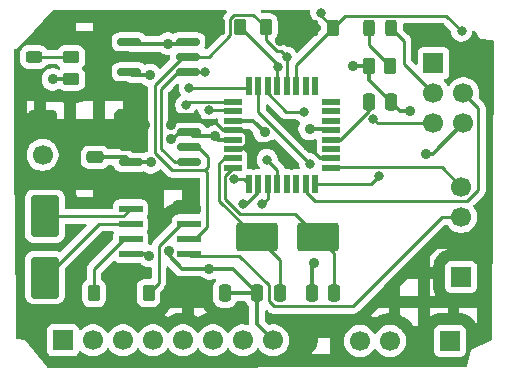
<source format=gbr>
%TF.GenerationSoftware,KiCad,Pcbnew,9.0.2*%
%TF.CreationDate,2025-09-04T16:38:10+03:00*%
%TF.ProjectId,MCU Data Logger,4d435520-4461-4746-9120-4c6f67676572,rev?*%
%TF.SameCoordinates,Original*%
%TF.FileFunction,Copper,L1,Top*%
%TF.FilePolarity,Positive*%
%FSLAX46Y46*%
G04 Gerber Fmt 4.6, Leading zero omitted, Abs format (unit mm)*
G04 Created by KiCad (PCBNEW 9.0.2) date 2025-09-04 16:38:10*
%MOMM*%
%LPD*%
G01*
G04 APERTURE LIST*
G04 Aperture macros list*
%AMRoundRect*
0 Rectangle with rounded corners*
0 $1 Rounding radius*
0 $2 $3 $4 $5 $6 $7 $8 $9 X,Y pos of 4 corners*
0 Add a 4 corners polygon primitive as box body*
4,1,4,$2,$3,$4,$5,$6,$7,$8,$9,$2,$3,0*
0 Add four circle primitives for the rounded corners*
1,1,$1+$1,$2,$3*
1,1,$1+$1,$4,$5*
1,1,$1+$1,$6,$7*
1,1,$1+$1,$8,$9*
0 Add four rect primitives between the rounded corners*
20,1,$1+$1,$2,$3,$4,$5,0*
20,1,$1+$1,$4,$5,$6,$7,0*
20,1,$1+$1,$6,$7,$8,$9,0*
20,1,$1+$1,$8,$9,$2,$3,0*%
G04 Aperture macros list end*
%TA.AperFunction,SMDPad,CuDef*%
%ADD10RoundRect,0.250000X0.262500X0.450000X-0.262500X0.450000X-0.262500X-0.450000X0.262500X-0.450000X0*%
%TD*%
%TA.AperFunction,SMDPad,CuDef*%
%ADD11RoundRect,0.250000X-0.262500X-0.450000X0.262500X-0.450000X0.262500X0.450000X-0.262500X0.450000X0*%
%TD*%
%TA.AperFunction,SMDPad,CuDef*%
%ADD12RoundRect,0.250000X-0.475000X0.250000X-0.475000X-0.250000X0.475000X-0.250000X0.475000X0.250000X0*%
%TD*%
%TA.AperFunction,SMDPad,CuDef*%
%ADD13RoundRect,0.250000X0.250000X0.475000X-0.250000X0.475000X-0.250000X-0.475000X0.250000X-0.475000X0*%
%TD*%
%TA.AperFunction,ComponentPad*%
%ADD14R,1.700000X1.700000*%
%TD*%
%TA.AperFunction,ComponentPad*%
%ADD15C,1.700000*%
%TD*%
%TA.AperFunction,SMDPad,CuDef*%
%ADD16RoundRect,0.250001X0.949999X-1.499999X0.949999X1.499999X-0.949999X1.499999X-0.949999X-1.499999X0*%
%TD*%
%TA.AperFunction,SMDPad,CuDef*%
%ADD17RoundRect,0.150000X-0.825000X-0.150000X0.825000X-0.150000X0.825000X0.150000X-0.825000X0.150000X0*%
%TD*%
%TA.AperFunction,SMDPad,CuDef*%
%ADD18RoundRect,0.068750X-0.666250X-0.206250X0.666250X-0.206250X0.666250X0.206250X-0.666250X0.206250X0*%
%TD*%
%TA.AperFunction,SMDPad,CuDef*%
%ADD19RoundRect,0.068750X-0.206250X-0.666250X0.206250X-0.666250X0.206250X0.666250X-0.206250X0.666250X0*%
%TD*%
%TA.AperFunction,SMDPad,CuDef*%
%ADD20RoundRect,0.243750X-0.243750X-0.456250X0.243750X-0.456250X0.243750X0.456250X-0.243750X0.456250X0*%
%TD*%
%TA.AperFunction,SMDPad,CuDef*%
%ADD21RoundRect,0.250000X-0.250000X-0.475000X0.250000X-0.475000X0.250000X0.475000X-0.250000X0.475000X0*%
%TD*%
%TA.AperFunction,SMDPad,CuDef*%
%ADD22RoundRect,0.250001X1.499999X0.949999X-1.499999X0.949999X-1.499999X-0.949999X1.499999X-0.949999X0*%
%TD*%
%TA.AperFunction,SMDPad,CuDef*%
%ADD23RoundRect,0.243750X-0.456250X0.243750X-0.456250X-0.243750X0.456250X-0.243750X0.456250X0.243750X0*%
%TD*%
%TA.AperFunction,SMDPad,CuDef*%
%ADD24RoundRect,0.073750X-0.911250X-0.221250X0.911250X-0.221250X0.911250X0.221250X-0.911250X0.221250X0*%
%TD*%
%TA.AperFunction,SMDPad,CuDef*%
%ADD25RoundRect,0.250000X0.450000X-0.262500X0.450000X0.262500X-0.450000X0.262500X-0.450000X-0.262500X0*%
%TD*%
%TA.AperFunction,ViaPad*%
%ADD26C,0.900000*%
%TD*%
%TA.AperFunction,ViaPad*%
%ADD27C,0.800000*%
%TD*%
%TA.AperFunction,Conductor*%
%ADD28C,0.350000*%
%TD*%
%TA.AperFunction,Conductor*%
%ADD29C,0.250000*%
%TD*%
G04 APERTURE END LIST*
D10*
%TO.P,R5,1*%
%TO.N,/VCC*%
X135635500Y-57150000D03*
%TO.P,R5,2*%
%TO.N,Net-(U4-~{INTA})*%
X133810500Y-57150000D03*
%TD*%
D11*
%TO.P,R1,1*%
%TO.N,/VCC*%
X144375500Y-34645600D03*
%TO.P,R1,2*%
%TO.N,/RESET*%
X146200500Y-34645600D03*
%TD*%
D12*
%TO.P,C5,1*%
%TO.N,/VCC*%
X133908800Y-43754001D03*
%TO.P,C5,2*%
%TO.N,GND*%
X133908800Y-45653999D03*
%TD*%
D13*
%TO.P,C1,1*%
%TO.N,GND*%
X144905499Y-57150000D03*
%TO.P,C1,2*%
%TO.N,/VCC*%
X143005501Y-57150000D03*
%TD*%
D14*
%TO.P,ICSP,1,Pin_1*%
%TO.N,/MISO*%
X162555000Y-37693600D03*
D15*
%TO.P,ICSP,2,Pin_2*%
%TO.N,/VCC*%
X165095000Y-37693600D03*
%TO.P,ICSP,3,Pin_3*%
%TO.N,/SCL*%
X162555000Y-40233600D03*
%TO.P,ICSP,4,Pin_4*%
%TO.N,/MOSI*%
X165095000Y-40233600D03*
%TO.P,ICSP,5,Pin_5*%
%TO.N,/RESET*%
X162555000Y-42773600D03*
%TO.P,ICSP,6,Pin_6*%
%TO.N,GND*%
X165095000Y-42773600D03*
%TD*%
D10*
%TO.P,R4,1*%
%TO.N,/VCC*%
X140251800Y-57150000D03*
%TO.P,R4,2*%
%TO.N,Net-(U4-SQW{slash}~INT)*%
X138426800Y-57150000D03*
%TD*%
D16*
%TO.P,Y2,1,1*%
%TO.N,Net-(U4-X2)*%
X129667000Y-55838401D03*
%TO.P,Y2,2,2*%
%TO.N,Net-(U4-X1)*%
X129667000Y-50638399D03*
%TD*%
D17*
%TO.P,U1,1,A0*%
%TO.N,/VCC*%
X136920200Y-42281100D03*
%TO.P,U1,2,A1*%
X136920200Y-43551100D03*
%TO.P,U1,3,A2*%
X136920200Y-44821100D03*
%TO.P,U1,4,GND*%
%TO.N,GND*%
X136920200Y-46091100D03*
%TO.P,U1,5,SDA*%
%TO.N,/SDA*%
X141870200Y-46091100D03*
%TO.P,U1,6,SCL*%
%TO.N,/SCL*%
X141870200Y-44821100D03*
%TO.P,U1,7,WP*%
%TO.N,GND*%
X141870200Y-43551100D03*
%TO.P,U1,8,VCC*%
%TO.N,/VCC*%
X141870200Y-42281100D03*
%TD*%
%TO.P,U2,1,A0*%
%TO.N,/VCC*%
X136793200Y-34614600D03*
%TO.P,U2,2,A1*%
%TO.N,GND*%
X136793200Y-35884600D03*
%TO.P,U2,3,A2*%
%TO.N,/VCC*%
X136793200Y-37154600D03*
%TO.P,U2,4,GND*%
%TO.N,GND*%
X136793200Y-38424600D03*
%TO.P,U2,5,SDA*%
%TO.N,/SDA*%
X141743200Y-38424600D03*
%TO.P,U2,6,SCL*%
%TO.N,/SCL*%
X141743200Y-37154600D03*
%TO.P,U2,7,WP*%
%TO.N,GND*%
X141743200Y-35884600D03*
%TO.P,U2,8,VCC*%
%TO.N,/VCC*%
X141743200Y-34614600D03*
%TD*%
D18*
%TO.P,U3,1,PD3*%
%TO.N,/D3*%
X145563000Y-40950000D03*
%TO.P,U3,2,PD4*%
%TO.N,/D4*%
X145563000Y-41750000D03*
%TO.P,U3,3,GND*%
%TO.N,GND*%
X145563000Y-42550000D03*
%TO.P,U3,4,VCC*%
%TO.N,/VCC*%
X145563000Y-43350000D03*
%TO.P,U3,5,GND*%
%TO.N,GND*%
X145563000Y-44150000D03*
%TO.P,U3,6,VCC*%
%TO.N,/VCC*%
X145563000Y-44950000D03*
%TO.P,U3,7,XTAL1/PB6*%
%TO.N,Net-(U3-XTAL1{slash}PB6)*%
X145563000Y-45750000D03*
%TO.P,U3,8,XTAL2/PB7*%
%TO.N,Net-(U3-XTAL2{slash}PB7)*%
X145563000Y-46550000D03*
D19*
%TO.P,U3,9,PD5*%
%TO.N,/D5*%
X146933000Y-47920000D03*
%TO.P,U3,10,PD6*%
%TO.N,/D6*%
X147733000Y-47920000D03*
%TO.P,U3,11,PD7*%
%TO.N,/D7*%
X148533000Y-47920000D03*
%TO.P,U3,12,PB0*%
%TO.N,/D8*%
X149333000Y-47920000D03*
%TO.P,U3,13,PB1*%
%TO.N,unconnected-(U3-PB1-Pad13)*%
X150133000Y-47920000D03*
%TO.P,U3,14,PB2*%
%TO.N,unconnected-(U3-PB2-Pad14)*%
X150933000Y-47920000D03*
%TO.P,U3,15,PB3*%
%TO.N,/MOSI*%
X151733000Y-47920000D03*
%TO.P,U3,16,PB4*%
%TO.N,/MISO*%
X152533000Y-47920000D03*
D18*
%TO.P,U3,17,PB5*%
%TO.N,/SCL*%
X153903000Y-46550000D03*
%TO.P,U3,18,AVCC*%
%TO.N,/VCC*%
X153903000Y-45750000D03*
%TO.P,U3,19,ADC6*%
%TO.N,unconnected-(U3-ADC6-Pad19)*%
X153903000Y-44950000D03*
%TO.P,U3,20,AREF*%
%TO.N,Net-(U3-AREF)*%
X153903000Y-44150000D03*
%TO.P,U3,21,GND*%
%TO.N,GND*%
X153903000Y-43350000D03*
%TO.P,U3,22,ADC7*%
%TO.N,unconnected-(U3-ADC7-Pad22)*%
X153903000Y-42550000D03*
%TO.P,U3,23,PC0*%
%TO.N,unconnected-(U3-PC0-Pad23)*%
X153903000Y-41750000D03*
%TO.P,U3,24,PC1*%
%TO.N,unconnected-(U3-PC1-Pad24)*%
X153903000Y-40950000D03*
D19*
%TO.P,U3,25,PC2*%
%TO.N,unconnected-(U3-PC2-Pad25)*%
X152533000Y-39580000D03*
%TO.P,U3,26,PC3*%
%TO.N,unconnected-(U3-PC3-Pad26)*%
X151733000Y-39580000D03*
%TO.P,U3,27,PC4*%
%TO.N,/SDA*%
X150933000Y-39580000D03*
%TO.P,U3,28,PC5*%
%TO.N,/SCL*%
X150133000Y-39580000D03*
%TO.P,U3,29,~{RESET}/PC6*%
%TO.N,/RESET*%
X149333000Y-39580000D03*
%TO.P,U3,30,PD0*%
%TO.N,/RX*%
X148533000Y-39580000D03*
%TO.P,U3,31,PD1*%
%TO.N,/TX*%
X147733000Y-39580000D03*
%TO.P,U3,32,PD2*%
%TO.N,/D2*%
X146933000Y-39580000D03*
%TD*%
D14*
%TO.P,UART,1,Pin_1*%
%TO.N,GND*%
X163957000Y-61204000D03*
D15*
%TO.P,UART,2,Pin_2*%
%TO.N,/VCC*%
X161417000Y-61204000D03*
%TO.P,UART,3,Pin_3*%
%TO.N,/RX*%
X158877001Y-61204000D03*
%TO.P,UART,4,Pin_4*%
%TO.N,/TX*%
X156337000Y-61204000D03*
%TD*%
D20*
%TO.P,D1,1,K*%
%TO.N,Net-(D1-K)*%
X157090499Y-34713000D03*
%TO.P,D1,2,A*%
%TO.N,/SCL*%
X158965501Y-34713000D03*
%TD*%
D14*
%TO.P,I2C,1,Pin_1*%
%TO.N,GND*%
X164896800Y-55778400D03*
D15*
%TO.P,I2C,2,Pin_2*%
%TO.N,/VCC*%
X164896800Y-53238400D03*
%TO.P,I2C,3,Pin_3*%
%TO.N,/SDA*%
X164896800Y-50698401D03*
%TO.P,I2C,4,Pin_4*%
%TO.N,/SCL*%
X164896800Y-48158400D03*
%TD*%
D21*
%TO.P,C3,1*%
%TO.N,GND*%
X152238001Y-57150000D03*
%TO.P,C3,2*%
%TO.N,Net-(U3-XTAL2{slash}PB7)*%
X154137999Y-57150000D03*
%TD*%
D14*
%TO.P,DIO,1,Pin_1*%
%TO.N,/D2*%
X131191000Y-61149000D03*
D15*
%TO.P,DIO,2,Pin_2*%
%TO.N,/D3*%
X133731000Y-61149000D03*
%TO.P,DIO,3,Pin_3*%
%TO.N,/D4*%
X136270999Y-61149000D03*
%TO.P,DIO,4,Pin_4*%
%TO.N,/D5*%
X138811000Y-61149000D03*
%TO.P,DIO,5,Pin_5*%
%TO.N,/D6*%
X141351000Y-61149000D03*
%TO.P,DIO,6,Pin_6*%
%TO.N,/D7*%
X143891000Y-61149000D03*
%TO.P,DIO,7,Pin_7*%
%TO.N,/D8*%
X146431000Y-61149000D03*
%TO.P,DIO,8,Pin_8*%
%TO.N,GND*%
X148971001Y-61149000D03*
%TO.P,DIO,9,Pin_9*%
%TO.N,/VCC*%
X151511000Y-61149000D03*
%TD*%
D21*
%TO.P,C4,1*%
%TO.N,Net-(U3-AREF)*%
X157058001Y-40995600D03*
%TO.P,C4,2*%
%TO.N,GND*%
X158957999Y-40995600D03*
%TD*%
D11*
%TO.P,R3,1*%
%TO.N,/VCC*%
X152249500Y-34668000D03*
%TO.P,R3,2*%
%TO.N,/SDA*%
X154074500Y-34668000D03*
%TD*%
D22*
%TO.P,Y1,1,1*%
%TO.N,Net-(U3-XTAL2{slash}PB7)*%
X152815601Y-52425600D03*
%TO.P,Y1,2,2*%
%TO.N,Net-(U3-XTAL1{slash}PB6)*%
X147615599Y-52425600D03*
%TD*%
D11*
%TO.P,R7,1*%
%TO.N,GND*%
X157075500Y-37947600D03*
%TO.P,R7,2*%
%TO.N,Net-(D1-K)*%
X158900500Y-37947600D03*
%TD*%
D10*
%TO.P,R2,1*%
%TO.N,/VCC*%
X150162900Y-34645600D03*
%TO.P,R2,2*%
%TO.N,/SCL*%
X148337900Y-34645600D03*
%TD*%
D23*
%TO.P,D2,1,K*%
%TO.N,Net-(D2-K)*%
X128739800Y-37162499D03*
%TO.P,D2,2,A*%
%TO.N,/VCC*%
X128739800Y-39037501D03*
%TD*%
D24*
%TO.P,U4,1,X1*%
%TO.N,Net-(U4-X1)*%
X136920200Y-50012600D03*
%TO.P,U4,2,X2*%
%TO.N,Net-(U4-X2)*%
X136920200Y-51282600D03*
%TO.P,U4,3,~{INTA}*%
%TO.N,Net-(U4-~{INTA})*%
X136920200Y-52552600D03*
%TO.P,U4,4,GND*%
%TO.N,GND*%
X136920200Y-53822600D03*
%TO.P,U4,5,SDA*%
%TO.N,/SDA*%
X141870200Y-53822600D03*
%TO.P,U4,6,SCL*%
%TO.N,/SCL*%
X141870200Y-52552600D03*
%TO.P,U4,7,SQW/~INT*%
%TO.N,Net-(U4-SQW{slash}~INT)*%
X141870200Y-51282600D03*
%TO.P,U4,8,VCC*%
%TO.N,/VCC*%
X141870200Y-50012600D03*
%TD*%
D14*
%TO.P,VCC,1,+*%
%TO.N,/VCC*%
X129463800Y-42906800D03*
D15*
%TO.P,VCC,2,-*%
%TO.N,GND*%
X129463800Y-45446800D03*
%TD*%
D21*
%TO.P,C2,1*%
%TO.N,GND*%
X147621801Y-57150000D03*
%TO.P,C2,2*%
%TO.N,Net-(U3-XTAL1{slash}PB6)*%
X149521799Y-57150000D03*
%TD*%
D25*
%TO.P,R6,1*%
%TO.N,GND*%
X131876800Y-39012500D03*
%TO.P,R6,2*%
%TO.N,Net-(D2-K)*%
X131876800Y-37187500D03*
%TD*%
D26*
%TO.N,/VCC*%
X151892000Y-44729400D03*
X149556781Y-35791853D03*
X140296400Y-42951400D03*
X148869400Y-44602400D03*
X138163800Y-42951400D03*
X144375500Y-34645600D03*
%TO.N,GND*%
X144035100Y-43889900D03*
X143586200Y-55067200D03*
X138607800Y-46075600D03*
X152071700Y-43265600D03*
X155709700Y-37892700D03*
X138494000Y-54000400D03*
X140296400Y-44119800D03*
X148250700Y-43534700D03*
X160578400Y-41735400D03*
X140048900Y-36026000D03*
X140144000Y-53569275D03*
X161925000Y-45389800D03*
X138516400Y-38692100D03*
X130308300Y-39053600D03*
X152472700Y-54610600D03*
D27*
%TO.N,/SCL*%
X150133000Y-37185600D03*
%TO.N,/SDA*%
X143230600Y-38424600D03*
X153035000Y-33451800D03*
X164929000Y-34951400D03*
%TO.N,/RX*%
X151616900Y-41816900D03*
%TO.N,/TX*%
X152071700Y-46205000D03*
%TO.N,/D6*%
X146427400Y-49614300D03*
%TO.N,/D2*%
X141871700Y-39775200D03*
%TO.N,/D4*%
X143535400Y-41675000D03*
%TO.N,/D7*%
X148075800Y-49614300D03*
%TO.N,/D8*%
X148475800Y-45843700D03*
%TO.N,/D5*%
X145633300Y-47507600D03*
%TO.N,/D3*%
X141587200Y-41255100D03*
%TO.N,/RESET*%
X157448500Y-42370500D03*
X149387900Y-37990800D03*
%TO.N,/MISO*%
X157976500Y-47241500D03*
%TD*%
D28*
%TO.N,/VCC*%
X150162900Y-35185734D02*
X149556781Y-35791853D01*
X153903000Y-45750000D02*
X152912600Y-45750000D01*
X148830088Y-44563088D02*
X146724000Y-44563088D01*
X148869400Y-44602400D02*
X148830088Y-44563088D01*
X150162900Y-34645600D02*
X150162900Y-35185734D01*
X138163800Y-42951400D02*
X137519900Y-42951400D01*
X141870200Y-42281100D02*
X140966700Y-42281100D01*
X137519900Y-42951400D02*
X136920200Y-43551100D01*
X146337088Y-44950000D02*
X146724000Y-44563088D01*
X145563000Y-44950000D02*
X146337088Y-44950000D01*
X146724000Y-43736912D02*
X146337088Y-43350000D01*
X146337088Y-43350000D02*
X145563000Y-43350000D01*
X152912600Y-45750000D02*
X151892000Y-44729400D01*
X140966700Y-42281100D02*
X140296400Y-42951400D01*
X143965151Y-42581099D02*
X142170199Y-42581099D01*
X144734052Y-43350000D02*
X143965151Y-42581099D01*
X142170199Y-42581099D02*
X141870200Y-42281100D01*
X145563000Y-43350000D02*
X144734052Y-43350000D01*
X146724000Y-44563088D02*
X146724000Y-43736912D01*
%TO.N,GND*%
X140048900Y-36026000D02*
X136934600Y-36026000D01*
X144905500Y-57150000D02*
X147621800Y-57150000D01*
X153818600Y-43265600D02*
X153903000Y-43350000D01*
X138516400Y-38692100D02*
X137060700Y-38692100D01*
X157075500Y-39113101D02*
X158957999Y-40995600D01*
X155709700Y-37892700D02*
X157020600Y-37892700D01*
X152071700Y-43265600D02*
X153818600Y-43265600D01*
X141273502Y-55067200D02*
X143586200Y-55067200D01*
X136934600Y-36026000D02*
X136793200Y-35884600D01*
X133908800Y-45654000D02*
X136483100Y-45654000D01*
X147266000Y-42550000D02*
X145563000Y-42550000D01*
X147621801Y-59799800D02*
X148971001Y-61149000D01*
X147621801Y-57150000D02*
X147621801Y-59799800D01*
X137940500Y-46075600D02*
X137925000Y-46091100D01*
X165095000Y-42773600D02*
X162478800Y-45389800D01*
X152238000Y-54845300D02*
X152238000Y-57150000D01*
X144035100Y-43889900D02*
X144295200Y-44150000D01*
X162478800Y-45389800D02*
X161925000Y-45389800D01*
X144035100Y-43889900D02*
X142209000Y-43889900D01*
X141743200Y-35884600D02*
X141601800Y-36026000D01*
X138316200Y-53822600D02*
X138494000Y-54000400D01*
X140487670Y-44119800D02*
X141056370Y-43551100D01*
X152472700Y-54610600D02*
X152238000Y-54845300D01*
X136920200Y-53822600D02*
X138316200Y-53822600D01*
X142209000Y-43889900D02*
X141870200Y-43551100D01*
X140144000Y-53937698D02*
X141273502Y-55067200D01*
X157020600Y-37892700D02*
X157075500Y-37947600D01*
X144295200Y-44150000D02*
X145563000Y-44150000D01*
X158958000Y-40995600D02*
X159697800Y-41735400D01*
X140144000Y-53569275D02*
X140144000Y-53937698D01*
X138607800Y-46075600D02*
X137940500Y-46075600D01*
X131835700Y-39053600D02*
X131876800Y-39012500D01*
X137060700Y-38692100D02*
X136793200Y-38424600D01*
X147621801Y-57150000D02*
X145539001Y-55067200D01*
X137925000Y-46091100D02*
X136920200Y-46091100D01*
X148250700Y-43534700D02*
X147266000Y-42550000D01*
X159697800Y-41735400D02*
X160578400Y-41735400D01*
X136483100Y-45654000D02*
X136920200Y-46091100D01*
X130308300Y-39053600D02*
X131835700Y-39053600D01*
X141601800Y-36026000D02*
X140048900Y-36026000D01*
X145539001Y-55067200D02*
X143586200Y-55067200D01*
X140296400Y-44119800D02*
X140487670Y-44119800D01*
X157075500Y-37947600D02*
X157075500Y-39113101D01*
X141056370Y-43551100D02*
X141870200Y-43551100D01*
D29*
%TO.N,Net-(U3-XTAL1{slash}PB6)*%
X144848700Y-45750000D02*
X145563000Y-45750000D01*
X144402300Y-49328800D02*
X144402300Y-46196400D01*
X149521800Y-54331800D02*
X147615600Y-52425600D01*
X144402300Y-46196400D02*
X144848700Y-45750000D01*
X147615600Y-52425600D02*
X147499100Y-52425600D01*
X147499100Y-52425600D02*
X144402300Y-49328800D01*
X149521800Y-57150000D02*
X149521800Y-54331800D01*
%TO.N,Net-(U3-XTAL2{slash}PB7)*%
X144898300Y-49162400D02*
X144898300Y-47214700D01*
X154138000Y-57150000D02*
X154138000Y-53748000D01*
X144898300Y-47214700D02*
X145563000Y-46550000D01*
X154138000Y-53748000D02*
X152815600Y-52425600D01*
X150863400Y-50473400D02*
X146209300Y-50473400D01*
X146209300Y-50473400D02*
X144898300Y-49162400D01*
X152815600Y-52425600D02*
X150863400Y-50473400D01*
%TO.N,Net-(U3-AREF)*%
X157058000Y-40995600D02*
X157058000Y-41711400D01*
X154619400Y-44150000D02*
X153903000Y-44150000D01*
X157058000Y-41711400D02*
X154619400Y-44150000D01*
%TO.N,/SCL*%
X145362000Y-35333600D02*
X145362000Y-33950086D01*
X143383000Y-46953100D02*
X143176500Y-46746600D01*
X148337900Y-35739700D02*
X148337900Y-34645600D01*
X149275800Y-36677600D02*
X149625000Y-36677600D01*
X147311900Y-33619600D02*
X148337900Y-34645600D01*
X163253200Y-46514800D02*
X153938200Y-46514800D01*
X142636500Y-44821100D02*
X141870200Y-44821100D01*
X145692486Y-33619600D02*
X147311900Y-33619600D01*
X164896800Y-48158400D02*
X163253200Y-46514800D01*
X145362000Y-33950086D02*
X145692486Y-33619600D01*
X143176500Y-46746600D02*
X140446941Y-46746600D01*
X160039000Y-35786500D02*
X158965500Y-34713000D01*
X143433800Y-45618400D02*
X142636500Y-44821100D01*
X149625000Y-36677600D02*
X150133000Y-37185600D01*
X141323400Y-37154600D02*
X141743200Y-37154600D01*
X143541000Y-37154600D02*
X145362000Y-35333600D01*
X143176500Y-46746600D02*
X143433800Y-46489300D01*
X142367600Y-52552600D02*
X143383000Y-51537200D01*
X153938200Y-46514800D02*
X153903000Y-46550000D01*
X140446941Y-46746600D02*
X138988800Y-45288459D01*
X149275800Y-36677600D02*
X148337900Y-35739700D01*
X143433800Y-46489300D02*
X143433800Y-45618400D01*
X150133000Y-39580000D02*
X150133000Y-37185600D01*
X138988800Y-39489200D02*
X141323400Y-37154600D01*
X138988800Y-45288459D02*
X138988800Y-39489200D01*
X160039000Y-37717600D02*
X160039000Y-35786500D01*
X141870200Y-52552600D02*
X142367600Y-52552600D01*
X162555000Y-40233600D02*
X160039000Y-37717600D01*
X141743200Y-37154600D02*
X143541000Y-37154600D01*
X143383000Y-51537200D02*
X143383000Y-46953100D01*
%TO.N,Net-(D1-K)*%
X157090500Y-36137600D02*
X158900500Y-37947600D01*
X157090500Y-34713000D02*
X157090500Y-36137600D01*
%TO.N,Net-(D2-K)*%
X131851800Y-37162500D02*
X131876800Y-37187500D01*
X128739800Y-37162500D02*
X131851800Y-37162500D01*
%TO.N,/SDA*%
X139471400Y-44907200D02*
X139471400Y-39878000D01*
X150933000Y-39580000D02*
X150933000Y-37812500D01*
X149065500Y-58278200D02*
X155716800Y-58278200D01*
X143230600Y-38424600D02*
X141743200Y-38424600D01*
X164929000Y-34951400D02*
X163650500Y-33672900D01*
X146076900Y-53982900D02*
X148596800Y-56502800D01*
X163296600Y-50698400D02*
X164896800Y-50698400D01*
X163650500Y-33672900D02*
X155069600Y-33672900D01*
X148596800Y-56502800D02*
X148596800Y-57809500D01*
X140924800Y-38424600D02*
X141743200Y-38424600D01*
X148596800Y-57809500D02*
X149065500Y-58278200D01*
X155069600Y-33672900D02*
X154074500Y-34668000D01*
X142030500Y-53982900D02*
X146076900Y-53982900D01*
X141870200Y-53822600D02*
X142030500Y-53982900D01*
X154074500Y-34671000D02*
X154074500Y-34668000D01*
X141870200Y-46091100D02*
X140655300Y-46091100D01*
X150933000Y-37812500D02*
X154074500Y-34671000D01*
X140655300Y-46091100D02*
X139471400Y-44907200D01*
X153035000Y-33628500D02*
X154074500Y-34668000D01*
X153035000Y-33451800D02*
X153035000Y-33628500D01*
X155716800Y-58278200D02*
X163296600Y-50698400D01*
X139471400Y-39878000D02*
X140924800Y-38424600D01*
%TO.N,/RX*%
X148533000Y-40241800D02*
X148533000Y-39580000D01*
X150108100Y-41816900D02*
X148533000Y-40241800D01*
X151616900Y-41816900D02*
X150108100Y-41816900D01*
%TO.N,/TX*%
X152071700Y-46205000D02*
X152071700Y-46186600D01*
X147733000Y-41847900D02*
X147733000Y-39580000D01*
X152071700Y-46186600D02*
X147733000Y-41847900D01*
%TO.N,/D6*%
X147733000Y-47920000D02*
X147733000Y-48594000D01*
X147733000Y-48594000D02*
X146712700Y-49614300D01*
X146712700Y-49614300D02*
X146427400Y-49614300D01*
%TO.N,/D2*%
X146933000Y-39580000D02*
X146737800Y-39775200D01*
X146737800Y-39775200D02*
X141871700Y-39775200D01*
%TO.N,/D4*%
X143535400Y-41675000D02*
X145488000Y-41675000D01*
X145488000Y-41675000D02*
X145563000Y-41750000D01*
%TO.N,/D7*%
X148075800Y-49614300D02*
X148533000Y-49157100D01*
X148533000Y-49157100D02*
X148533000Y-47920000D01*
%TO.N,/D8*%
X149333000Y-46700900D02*
X148475800Y-45843700D01*
X149333000Y-47920000D02*
X149333000Y-46700900D01*
%TO.N,/D5*%
X145633300Y-47507600D02*
X146520600Y-47507600D01*
X146520600Y-47507600D02*
X146933000Y-47920000D01*
%TO.N,/D3*%
X141587200Y-41255100D02*
X141892300Y-40950000D01*
X141892300Y-40950000D02*
X145563000Y-40950000D01*
%TO.N,/MOSI*%
X151733000Y-48602500D02*
X152507500Y-49377000D01*
X151733000Y-47920000D02*
X151733000Y-48602500D01*
X166345200Y-48407700D02*
X166345200Y-41483800D01*
X152507500Y-49377000D02*
X165375900Y-49377000D01*
X166345200Y-41483800D02*
X165095000Y-40233600D01*
X165375900Y-49377000D02*
X166345200Y-48407700D01*
%TO.N,/RESET*%
X157851600Y-42773600D02*
X157448500Y-42370500D01*
X149333000Y-37990800D02*
X149333000Y-37778100D01*
X149333000Y-39580000D02*
X149333000Y-37990800D01*
X149333000Y-37778100D02*
X146200500Y-34645600D01*
X149387900Y-37990800D02*
X149333000Y-37990800D01*
X162555000Y-42773600D02*
X157851600Y-42773600D01*
%TO.N,/MISO*%
X152533000Y-47920000D02*
X157298000Y-47920000D01*
X157298000Y-47920000D02*
X157976500Y-47241500D01*
%TO.N,Net-(U4-SQW{slash}~INT)*%
X141173200Y-51282600D02*
X139319000Y-53136800D01*
X139319000Y-53136800D02*
X139319000Y-56257800D01*
X139319000Y-56257800D02*
X138426800Y-57150000D01*
X141870200Y-51282600D02*
X141173200Y-51282600D01*
%TO.N,Net-(U4-~{INTA})*%
X133810500Y-55127400D02*
X136385300Y-52552600D01*
X133810500Y-57150000D02*
X133810500Y-55127400D01*
X136385300Y-52552600D02*
X136920200Y-52552600D01*
%TO.N,Net-(U4-X2)*%
X136920200Y-51282600D02*
X134222800Y-51282600D01*
X134222800Y-51282600D02*
X129667000Y-55838400D01*
%TO.N,Net-(U4-X1)*%
X129667000Y-50638400D02*
X136294400Y-50638400D01*
X136294400Y-50638400D02*
X136920200Y-50012600D01*
%TD*%
%TA.AperFunction,Conductor*%
%TO.N,/VCC*%
G36*
X144945130Y-33183098D02*
G01*
X145012151Y-33202831D01*
X145057867Y-33255668D01*
X145067760Y-33324834D01*
X145038688Y-33388368D01*
X145032717Y-33394778D01*
X144963270Y-33464225D01*
X144963267Y-33464228D01*
X144919703Y-33507791D01*
X144876140Y-33551354D01*
X144860904Y-33574158D01*
X144858579Y-33577638D01*
X144807688Y-33653800D01*
X144807686Y-33653803D01*
X144807685Y-33653805D01*
X144782559Y-33714466D01*
X144782560Y-33714467D01*
X144772340Y-33739141D01*
X144760536Y-33767636D01*
X144760535Y-33767642D01*
X144738515Y-33878348D01*
X144736500Y-33888478D01*
X144736500Y-35023148D01*
X144716815Y-35090187D01*
X144700181Y-35110829D01*
X143363121Y-36447888D01*
X143301798Y-36481373D01*
X143232106Y-36476389D01*
X143176173Y-36434517D01*
X143151756Y-36369053D01*
X143166608Y-36300780D01*
X143168690Y-36297117D01*
X143169944Y-36294998D01*
X143204953Y-36174499D01*
X143215797Y-36137173D01*
X143215798Y-36137167D01*
X143218699Y-36100301D01*
X143218700Y-36100294D01*
X143218700Y-35668906D01*
X143215798Y-35632031D01*
X143215693Y-35631671D01*
X143182036Y-35515824D01*
X143169944Y-35474202D01*
X143086281Y-35332735D01*
X143086279Y-35332733D01*
X143086276Y-35332729D01*
X142970070Y-35216523D01*
X142970062Y-35216517D01*
X142828596Y-35132855D01*
X142828593Y-35132854D01*
X142670773Y-35087002D01*
X142670767Y-35087001D01*
X142633901Y-35084100D01*
X142633894Y-35084100D01*
X140852506Y-35084100D01*
X140852498Y-35084100D01*
X140815632Y-35087001D01*
X140815626Y-35087002D01*
X140657805Y-35132854D01*
X140595234Y-35169857D01*
X140527509Y-35187037D01*
X140484663Y-35177684D01*
X140326155Y-35112028D01*
X140326143Y-35112025D01*
X140142520Y-35075500D01*
X140142516Y-35075500D01*
X139955284Y-35075500D01*
X139955279Y-35075500D01*
X139771656Y-35112025D01*
X139771648Y-35112027D01*
X139598671Y-35183676D01*
X139598662Y-35183681D01*
X139442992Y-35287697D01*
X139442988Y-35287700D01*
X139416508Y-35314181D01*
X139355185Y-35347666D01*
X139328827Y-35350500D01*
X138205409Y-35350500D01*
X138138370Y-35330815D01*
X138117728Y-35314181D01*
X138020070Y-35216523D01*
X138020062Y-35216517D01*
X137878596Y-35132855D01*
X137878593Y-35132854D01*
X137720773Y-35087002D01*
X137720767Y-35087001D01*
X137683901Y-35084100D01*
X137683894Y-35084100D01*
X135902506Y-35084100D01*
X135902498Y-35084100D01*
X135865632Y-35087001D01*
X135865626Y-35087002D01*
X135707806Y-35132854D01*
X135707803Y-35132855D01*
X135566337Y-35216517D01*
X135566329Y-35216523D01*
X135450123Y-35332729D01*
X135450117Y-35332737D01*
X135366455Y-35474203D01*
X135366454Y-35474206D01*
X135320602Y-35632026D01*
X135320601Y-35632032D01*
X135317700Y-35668898D01*
X135317700Y-36100301D01*
X135320601Y-36137167D01*
X135320602Y-36137173D01*
X135366454Y-36294993D01*
X135366455Y-36294996D01*
X135366456Y-36294998D01*
X135393550Y-36340811D01*
X135450117Y-36436462D01*
X135450123Y-36436470D01*
X135566329Y-36552676D01*
X135566333Y-36552679D01*
X135566335Y-36552681D01*
X135707802Y-36636344D01*
X135749424Y-36648436D01*
X135865626Y-36682197D01*
X135865629Y-36682197D01*
X135865631Y-36682198D01*
X135902506Y-36685100D01*
X136773409Y-36685100D01*
X136797599Y-36687482D01*
X136868067Y-36701499D01*
X136868068Y-36701500D01*
X136868069Y-36701500D01*
X137001131Y-36701500D01*
X139328827Y-36701500D01*
X139395866Y-36721185D01*
X139416508Y-36737819D01*
X139442988Y-36764299D01*
X139442992Y-36764302D01*
X139598662Y-36868318D01*
X139598671Y-36868323D01*
X139614786Y-36874998D01*
X139771649Y-36939973D01*
X139955279Y-36976499D01*
X139955283Y-36976500D01*
X140143700Y-36976500D01*
X140210739Y-36996185D01*
X140256494Y-37048989D01*
X140267700Y-37100500D01*
X140267700Y-37274347D01*
X140248015Y-37341386D01*
X140231381Y-37362028D01*
X139462685Y-38130723D01*
X139401362Y-38164208D01*
X139331670Y-38159224D01*
X139275737Y-38117352D01*
X139271902Y-38111933D01*
X139254702Y-38086192D01*
X139254699Y-38086188D01*
X139122311Y-37953800D01*
X139122307Y-37953797D01*
X138966637Y-37849781D01*
X138966628Y-37849776D01*
X138793651Y-37778127D01*
X138793643Y-37778125D01*
X138610020Y-37741600D01*
X138610016Y-37741600D01*
X138422784Y-37741600D01*
X138422779Y-37741600D01*
X138239156Y-37778124D01*
X138239152Y-37778126D01*
X138239150Y-37778126D01*
X138239149Y-37778127D01*
X138203578Y-37792861D01*
X138176058Y-37804260D01*
X138106589Y-37811728D01*
X138044110Y-37780452D01*
X138040926Y-37777379D01*
X138020070Y-37756523D01*
X138020062Y-37756517D01*
X137931787Y-37704312D01*
X137878598Y-37672856D01*
X137878597Y-37672855D01*
X137878596Y-37672855D01*
X137878593Y-37672854D01*
X137720773Y-37627002D01*
X137720767Y-37627001D01*
X137683901Y-37624100D01*
X137683894Y-37624100D01*
X135902506Y-37624100D01*
X135902498Y-37624100D01*
X135865632Y-37627001D01*
X135865626Y-37627002D01*
X135707806Y-37672854D01*
X135707803Y-37672855D01*
X135566337Y-37756517D01*
X135566329Y-37756523D01*
X135450123Y-37872729D01*
X135450117Y-37872737D01*
X135366455Y-38014203D01*
X135366454Y-38014206D01*
X135320602Y-38172026D01*
X135320601Y-38172032D01*
X135317700Y-38208898D01*
X135317700Y-38640301D01*
X135320601Y-38677167D01*
X135320602Y-38677173D01*
X135366454Y-38834993D01*
X135366455Y-38834996D01*
X135366456Y-38834998D01*
X135390959Y-38876431D01*
X135450117Y-38976462D01*
X135450123Y-38976470D01*
X135566329Y-39092676D01*
X135566333Y-39092679D01*
X135566335Y-39092681D01*
X135707802Y-39176344D01*
X135719133Y-39179636D01*
X135865626Y-39222197D01*
X135865629Y-39222197D01*
X135865631Y-39222198D01*
X135902506Y-39225100D01*
X136604909Y-39225100D01*
X136671948Y-39244785D01*
X136673764Y-39245974D01*
X136740731Y-39290720D01*
X136863664Y-39341640D01*
X136863668Y-39341640D01*
X136863669Y-39341641D01*
X136994166Y-39367600D01*
X136994169Y-39367600D01*
X137127231Y-39367600D01*
X137796327Y-39367600D01*
X137863366Y-39387285D01*
X137884008Y-39403919D01*
X137910488Y-39430399D01*
X137910492Y-39430402D01*
X138066162Y-39534418D01*
X138066168Y-39534421D01*
X138066169Y-39534422D01*
X138239149Y-39606073D01*
X138263491Y-39610914D01*
X138325402Y-39643299D01*
X138359976Y-39704015D01*
X138363300Y-39732532D01*
X138363300Y-45065207D01*
X138343615Y-45132246D01*
X138290811Y-45178001D01*
X138286753Y-45179768D01*
X138157571Y-45233276D01*
X138157564Y-45233280D01*
X138048890Y-45305894D01*
X137982213Y-45326771D01*
X137945406Y-45321868D01*
X137847767Y-45293501D01*
X137810901Y-45290600D01*
X137810894Y-45290600D01*
X137126363Y-45290600D01*
X137059324Y-45270915D01*
X137038686Y-45254285D01*
X136913706Y-45129305D01*
X136913705Y-45129304D01*
X136913704Y-45129303D01*
X136803075Y-45055383D01*
X136803065Y-45055378D01*
X136680136Y-45004459D01*
X136680128Y-45004457D01*
X136549635Y-44978500D01*
X136549631Y-44978500D01*
X135070669Y-44978500D01*
X135003630Y-44958815D01*
X134982452Y-44939616D01*
X134981619Y-44940450D01*
X134852457Y-44811288D01*
X134852456Y-44811287D01*
X134759688Y-44754068D01*
X134703136Y-44719186D01*
X134703131Y-44719184D01*
X134664645Y-44706431D01*
X134536597Y-44664000D01*
X134536595Y-44663999D01*
X134433810Y-44653499D01*
X133383798Y-44653499D01*
X133383780Y-44653500D01*
X133281003Y-44663999D01*
X133281000Y-44664000D01*
X133114468Y-44719184D01*
X133114463Y-44719186D01*
X132965142Y-44811288D01*
X132841089Y-44935341D01*
X132748987Y-45084662D01*
X132748986Y-45084665D01*
X132693801Y-45251202D01*
X132693801Y-45251203D01*
X132693800Y-45251203D01*
X132683300Y-45353982D01*
X132683300Y-45954000D01*
X132683301Y-45954018D01*
X132693800Y-46056795D01*
X132693801Y-46056798D01*
X132731542Y-46170690D01*
X132748986Y-46223333D01*
X132841088Y-46372655D01*
X132965144Y-46496711D01*
X133114466Y-46588813D01*
X133281003Y-46643998D01*
X133383791Y-46654499D01*
X134433808Y-46654498D01*
X134433816Y-46654497D01*
X134433819Y-46654497D01*
X134526817Y-46644997D01*
X134536597Y-46643998D01*
X134703134Y-46588813D01*
X134852456Y-46496711D01*
X134976512Y-46372655D01*
X134976512Y-46372654D01*
X134981619Y-46367548D01*
X134983506Y-46369435D01*
X135030416Y-46336215D01*
X135070667Y-46329500D01*
X135350384Y-46329500D01*
X135417423Y-46349185D01*
X135463178Y-46401989D01*
X135469460Y-46418905D01*
X135493454Y-46501493D01*
X135493455Y-46501496D01*
X135577117Y-46642962D01*
X135577123Y-46642970D01*
X135693329Y-46759176D01*
X135693333Y-46759179D01*
X135693335Y-46759181D01*
X135834802Y-46842844D01*
X135862658Y-46850937D01*
X135992626Y-46888697D01*
X135992629Y-46888697D01*
X135992631Y-46888698D01*
X136029506Y-46891600D01*
X136029514Y-46891600D01*
X137810886Y-46891600D01*
X137810894Y-46891600D01*
X137847769Y-46888698D01*
X137977741Y-46850937D01*
X138047608Y-46851136D01*
X138081223Y-46866909D01*
X138157569Y-46917922D01*
X138330549Y-46989573D01*
X138514179Y-47026099D01*
X138514183Y-47026100D01*
X138514184Y-47026100D01*
X138701417Y-47026100D01*
X138701418Y-47026099D01*
X138885051Y-46989573D01*
X139058031Y-46917922D01*
X139213708Y-46813902D01*
X139334002Y-46693607D01*
X139395321Y-46660125D01*
X139465013Y-46665109D01*
X139509361Y-46693610D01*
X139957957Y-47142206D01*
X139957986Y-47142237D01*
X140048204Y-47232455D01*
X140048208Y-47232458D01*
X140113833Y-47276307D01*
X140150656Y-47300912D01*
X140212190Y-47326400D01*
X140264489Y-47348063D01*
X140277405Y-47350632D01*
X140283416Y-47351828D01*
X140283429Y-47351830D01*
X140283443Y-47351833D01*
X140385332Y-47372099D01*
X140385333Y-47372100D01*
X140385334Y-47372100D01*
X140385335Y-47372100D01*
X142633500Y-47372100D01*
X142700539Y-47391785D01*
X142746294Y-47444589D01*
X142757500Y-47496100D01*
X142757500Y-50363100D01*
X142737815Y-50430139D01*
X142685011Y-50475894D01*
X142633500Y-50487100D01*
X140921311Y-50487100D01*
X140809048Y-50501879D01*
X140809037Y-50501882D01*
X140669349Y-50559742D01*
X140549390Y-50651790D01*
X140457342Y-50771749D01*
X140399482Y-50911437D01*
X140399481Y-50911441D01*
X140384700Y-51023705D01*
X140384700Y-51135147D01*
X140365015Y-51202186D01*
X140348381Y-51222828D01*
X138833144Y-52738064D01*
X138833138Y-52738072D01*
X138764690Y-52840508D01*
X138764688Y-52840513D01*
X138744647Y-52888898D01*
X138744647Y-52888899D01*
X138717537Y-52954347D01*
X138715768Y-52960180D01*
X138713559Y-52959510D01*
X138685915Y-53012322D01*
X138625190Y-53046879D01*
X138593708Y-53048986D01*
X138593708Y-53049900D01*
X138515707Y-53049900D01*
X138448668Y-53030215D01*
X138402913Y-52977411D01*
X138392768Y-52909714D01*
X138395508Y-52888899D01*
X138405700Y-52811487D01*
X138405699Y-52293714D01*
X138405367Y-52291195D01*
X138390920Y-52181448D01*
X138390919Y-52181447D01*
X138390919Y-52181441D01*
X138364701Y-52118145D01*
X138333056Y-52041746D01*
X138295718Y-51993087D01*
X138270523Y-51927918D01*
X138284561Y-51859473D01*
X138295718Y-51842113D01*
X138333056Y-51793453D01*
X138363625Y-51719652D01*
X138390919Y-51653759D01*
X138405700Y-51541487D01*
X138405699Y-51023714D01*
X138404504Y-51014640D01*
X138390920Y-50911448D01*
X138390919Y-50911447D01*
X138390919Y-50911441D01*
X138340943Y-50790787D01*
X138333056Y-50771746D01*
X138295718Y-50723087D01*
X138270523Y-50657918D01*
X138284561Y-50589473D01*
X138295718Y-50572113D01*
X138333056Y-50523453D01*
X138348114Y-50487100D01*
X138390919Y-50383759D01*
X138405700Y-50271487D01*
X138405699Y-49922439D01*
X139748500Y-49922439D01*
X139867394Y-49922439D01*
X139872728Y-49917443D01*
X139909647Y-49885066D01*
X139915919Y-49879918D01*
X140087732Y-49748081D01*
X140094330Y-49743354D01*
X140135166Y-49716069D01*
X140142057Y-49711784D01*
X140198661Y-49679105D01*
X140205815Y-49675281D01*
X140249850Y-49653565D01*
X140257242Y-49650216D01*
X140457310Y-49567346D01*
X140464902Y-49564488D01*
X140485858Y-49557373D01*
X140517754Y-49494777D01*
X140540557Y-49463392D01*
X140630992Y-49372957D01*
X140662378Y-49350153D01*
X140776334Y-49292089D01*
X140813231Y-49280101D01*
X140907774Y-49265127D01*
X140927172Y-49263600D01*
X141250500Y-49263600D01*
X141250500Y-48420439D01*
X139748500Y-48420439D01*
X139748500Y-49922439D01*
X138405699Y-49922439D01*
X138405699Y-49753714D01*
X138404957Y-49748081D01*
X138390920Y-49641448D01*
X138390919Y-49641447D01*
X138390919Y-49641441D01*
X138336019Y-49508900D01*
X138333057Y-49501749D01*
X138333056Y-49501748D01*
X138333056Y-49501747D01*
X138241010Y-49381790D01*
X138121053Y-49289744D01*
X138121052Y-49289743D01*
X138121050Y-49289742D01*
X137981362Y-49231882D01*
X137981360Y-49231881D01*
X137981359Y-49231881D01*
X137869087Y-49217100D01*
X135971311Y-49217100D01*
X135859048Y-49231879D01*
X135859037Y-49231882D01*
X135719349Y-49289742D01*
X135599390Y-49381790D01*
X135507342Y-49501749D01*
X135449482Y-49641437D01*
X135449481Y-49641441D01*
X135434700Y-49753705D01*
X135434700Y-49753711D01*
X135434700Y-49753713D01*
X135434700Y-49883111D01*
X135434701Y-49888899D01*
X135415017Y-49955939D01*
X135362213Y-50001694D01*
X135310701Y-50012900D01*
X131491500Y-50012900D01*
X131424461Y-49993215D01*
X131378706Y-49940411D01*
X131367500Y-49888900D01*
X131367500Y-49088396D01*
X131367499Y-49088383D01*
X131366697Y-49080536D01*
X131356999Y-48985602D01*
X131301814Y-48819065D01*
X131300102Y-48816290D01*
X131209713Y-48669747D01*
X131209710Y-48669743D01*
X131085655Y-48545688D01*
X131085651Y-48545685D01*
X131016713Y-48503163D01*
X132248500Y-48503163D01*
X132312905Y-48697525D01*
X132314856Y-48703999D01*
X132325587Y-48743472D01*
X132327182Y-48750040D01*
X132338584Y-48803291D01*
X132339819Y-48809942D01*
X132346193Y-48850371D01*
X132347064Y-48857080D01*
X132361624Y-48999605D01*
X132361905Y-49002750D01*
X132362834Y-49014900D01*
X133750500Y-49014900D01*
X133750500Y-48420439D01*
X132248500Y-48420439D01*
X132248500Y-48503163D01*
X131016713Y-48503163D01*
X130936337Y-48453586D01*
X130936335Y-48453585D01*
X130832887Y-48419306D01*
X130769797Y-48398400D01*
X130769795Y-48398399D01*
X130667015Y-48387899D01*
X130667008Y-48387899D01*
X128666992Y-48387899D01*
X128666984Y-48387899D01*
X128564204Y-48398399D01*
X128564203Y-48398400D01*
X128397664Y-48453585D01*
X128397662Y-48453586D01*
X128248348Y-48545685D01*
X128248344Y-48545688D01*
X128124289Y-48669743D01*
X128124286Y-48669747D01*
X128032187Y-48819061D01*
X128032186Y-48819063D01*
X127977001Y-48985602D01*
X127977000Y-48985603D01*
X127966500Y-49088383D01*
X127966500Y-52188414D01*
X127977000Y-52291194D01*
X127977001Y-52291196D01*
X128004593Y-52374464D01*
X128032186Y-52457734D01*
X128032187Y-52457736D01*
X128124286Y-52607050D01*
X128124289Y-52607054D01*
X128248344Y-52731109D01*
X128248348Y-52731112D01*
X128397662Y-52823211D01*
X128397664Y-52823212D01*
X128397666Y-52823213D01*
X128564203Y-52878398D01*
X128666992Y-52888899D01*
X128666997Y-52888899D01*
X130667003Y-52888899D01*
X130667008Y-52888899D01*
X130769797Y-52878398D01*
X130936334Y-52823213D01*
X131085655Y-52731110D01*
X131209711Y-52607054D01*
X131301814Y-52457733D01*
X131356999Y-52291196D01*
X131367500Y-52188407D01*
X131367500Y-51387900D01*
X131387185Y-51320861D01*
X131439989Y-51275106D01*
X131491500Y-51263900D01*
X133057548Y-51263900D01*
X133124587Y-51283585D01*
X133170342Y-51336389D01*
X133180286Y-51405547D01*
X133151261Y-51469103D01*
X133145229Y-51475581D01*
X131013617Y-53607191D01*
X130952294Y-53640676D01*
X130886933Y-53637216D01*
X130769799Y-53598402D01*
X130769795Y-53598401D01*
X130667015Y-53587901D01*
X130667008Y-53587901D01*
X128666992Y-53587901D01*
X128666984Y-53587901D01*
X128564204Y-53598401D01*
X128564203Y-53598402D01*
X128397664Y-53653587D01*
X128397662Y-53653588D01*
X128248348Y-53745687D01*
X128248344Y-53745690D01*
X128124289Y-53869745D01*
X128124286Y-53869749D01*
X128032187Y-54019063D01*
X128032186Y-54019065D01*
X127977001Y-54185604D01*
X127977000Y-54185605D01*
X127966500Y-54288385D01*
X127966500Y-57388416D01*
X127977000Y-57491196D01*
X127977001Y-57491197D01*
X128032186Y-57657736D01*
X128032187Y-57657738D01*
X128124286Y-57807052D01*
X128124289Y-57807056D01*
X128248344Y-57931111D01*
X128248348Y-57931114D01*
X128397662Y-58023213D01*
X128397664Y-58023214D01*
X128397666Y-58023215D01*
X128564203Y-58078400D01*
X128666992Y-58088901D01*
X128666997Y-58088901D01*
X130667003Y-58088901D01*
X130667008Y-58088901D01*
X130769797Y-58078400D01*
X130936334Y-58023215D01*
X131085655Y-57931112D01*
X131209711Y-57807056D01*
X131301814Y-57657735D01*
X131356999Y-57491198D01*
X131367500Y-57388409D01*
X131367500Y-55073852D01*
X131387185Y-55006813D01*
X131403819Y-54986171D01*
X134445571Y-51944419D01*
X134506894Y-51910934D01*
X134533252Y-51908100D01*
X135377123Y-51908100D01*
X135444162Y-51927785D01*
X135489917Y-51980589D01*
X135499861Y-52049747D01*
X135491684Y-52079552D01*
X135449482Y-52181437D01*
X135449481Y-52181441D01*
X135434700Y-52293705D01*
X135434700Y-52567247D01*
X135415015Y-52634286D01*
X135398381Y-52654928D01*
X133411770Y-54641539D01*
X133411767Y-54641542D01*
X133377752Y-54675557D01*
X133324642Y-54728666D01*
X133291747Y-54777898D01*
X133291746Y-54777900D01*
X133256187Y-54831114D01*
X133256185Y-54831118D01*
X133231064Y-54891767D01*
X133231065Y-54891768D01*
X133209036Y-54944949D01*
X133209035Y-54944955D01*
X133185000Y-55065789D01*
X133185000Y-55972911D01*
X133165315Y-56039950D01*
X133126098Y-56078449D01*
X133079344Y-56107287D01*
X132955289Y-56231342D01*
X132863187Y-56380663D01*
X132863186Y-56380666D01*
X132808001Y-56547203D01*
X132808001Y-56547204D01*
X132808000Y-56547204D01*
X132797500Y-56649983D01*
X132797500Y-57650001D01*
X132797501Y-57650019D01*
X132808000Y-57752796D01*
X132808001Y-57752799D01*
X132856113Y-57897989D01*
X132863186Y-57919334D01*
X132955288Y-58068656D01*
X133079344Y-58192712D01*
X133228666Y-58284814D01*
X133395203Y-58339999D01*
X133497991Y-58350500D01*
X134123008Y-58350499D01*
X134123016Y-58350498D01*
X134123019Y-58350498D01*
X134179302Y-58344748D01*
X134225797Y-58339999D01*
X134392334Y-58284814D01*
X134541656Y-58192712D01*
X134665712Y-58068656D01*
X134757814Y-57919334D01*
X134812999Y-57752797D01*
X134823500Y-57650009D01*
X134823499Y-56649992D01*
X134812999Y-56547203D01*
X134757814Y-56380666D01*
X134665712Y-56231344D01*
X134541656Y-56107288D01*
X134541655Y-56107287D01*
X134494902Y-56078449D01*
X134448178Y-56026500D01*
X134436000Y-55972911D01*
X134436000Y-55437851D01*
X134455685Y-55370812D01*
X134472314Y-55350174D01*
X135399415Y-54423073D01*
X135460736Y-54389590D01*
X135530427Y-54394574D01*
X135585468Y-54435267D01*
X135599390Y-54453410D01*
X135719347Y-54545456D01*
X135719348Y-54545456D01*
X135719349Y-54545457D01*
X135757043Y-54561070D01*
X135859041Y-54603319D01*
X135971313Y-54618100D01*
X137716126Y-54618099D01*
X137783165Y-54637784D01*
X137803807Y-54654418D01*
X137888088Y-54738699D01*
X137888092Y-54738702D01*
X138043762Y-54842718D01*
X138043768Y-54842721D01*
X138043769Y-54842722D01*
X138216749Y-54914373D01*
X138400379Y-54950899D01*
X138400383Y-54950900D01*
X138569500Y-54950900D01*
X138636539Y-54970585D01*
X138682294Y-55023389D01*
X138693500Y-55074900D01*
X138693500Y-55825500D01*
X138673815Y-55892539D01*
X138621011Y-55938294D01*
X138569500Y-55949500D01*
X138114298Y-55949500D01*
X138114280Y-55949501D01*
X138011503Y-55960000D01*
X138011500Y-55960001D01*
X137844968Y-56015185D01*
X137844963Y-56015187D01*
X137695642Y-56107289D01*
X137571589Y-56231342D01*
X137479487Y-56380663D01*
X137479486Y-56380666D01*
X137424301Y-56547203D01*
X137424301Y-56547204D01*
X137424300Y-56547204D01*
X137413800Y-56649983D01*
X137413800Y-57650001D01*
X137413801Y-57650019D01*
X137424300Y-57752796D01*
X137424301Y-57752799D01*
X137472413Y-57897989D01*
X137479486Y-57919334D01*
X137571588Y-58068656D01*
X137695644Y-58192712D01*
X137844966Y-58284814D01*
X138011503Y-58339999D01*
X138114291Y-58350500D01*
X138739308Y-58350499D01*
X138739316Y-58350498D01*
X138739319Y-58350498D01*
X138795602Y-58344748D01*
X138842097Y-58339999D01*
X139008634Y-58284814D01*
X139157956Y-58192712D01*
X139282012Y-58068656D01*
X139374114Y-57919334D01*
X139429299Y-57752797D01*
X139439800Y-57650009D01*
X139439799Y-57072952D01*
X139459483Y-57005914D01*
X139476113Y-56985276D01*
X139804857Y-56656534D01*
X139809229Y-56649992D01*
X139873311Y-56554086D01*
X139920463Y-56440252D01*
X139932316Y-56380663D01*
X139943536Y-56324256D01*
X139943538Y-56324256D01*
X139943538Y-56324240D01*
X139944500Y-56319407D01*
X139944500Y-56196194D01*
X139944500Y-54992861D01*
X139964185Y-54925822D01*
X140016989Y-54880067D01*
X140086147Y-54870123D01*
X140149703Y-54899148D01*
X140156181Y-54905180D01*
X140842892Y-55591892D01*
X140842900Y-55591898D01*
X140953522Y-55665813D01*
X140953525Y-55665814D01*
X140953533Y-55665820D01*
X141076466Y-55716740D01*
X141076470Y-55716740D01*
X141076471Y-55716741D01*
X141206968Y-55742700D01*
X141206971Y-55742700D01*
X141340033Y-55742700D01*
X142866127Y-55742700D01*
X142933166Y-55762385D01*
X142953808Y-55779019D01*
X142980288Y-55805499D01*
X142980292Y-55805502D01*
X143135962Y-55909518D01*
X143135968Y-55909521D01*
X143135969Y-55909522D01*
X143308949Y-55981173D01*
X143449907Y-56009211D01*
X143492579Y-56017699D01*
X143492583Y-56017700D01*
X143492584Y-56017700D01*
X143679817Y-56017700D01*
X143679818Y-56017699D01*
X143863451Y-55981173D01*
X144012195Y-55919560D01*
X144081662Y-55912092D01*
X144144141Y-55943367D01*
X144179794Y-56003455D01*
X144177301Y-56073281D01*
X144147328Y-56121803D01*
X144062786Y-56206345D01*
X143970686Y-56355663D01*
X143970685Y-56355666D01*
X143915500Y-56522203D01*
X143915500Y-56522204D01*
X143915499Y-56522204D01*
X143904999Y-56624983D01*
X143904999Y-57675001D01*
X143905000Y-57675019D01*
X143915499Y-57777796D01*
X143915500Y-57777799D01*
X143962400Y-57919331D01*
X143970685Y-57944334D01*
X144062787Y-58093656D01*
X144186843Y-58217712D01*
X144336165Y-58309814D01*
X144502702Y-58364999D01*
X144605490Y-58375500D01*
X145205507Y-58375499D01*
X145205515Y-58375498D01*
X145205518Y-58375498D01*
X145261801Y-58369748D01*
X145308296Y-58364999D01*
X145474833Y-58309814D01*
X145624155Y-58217712D01*
X145748211Y-58093656D01*
X145840313Y-57944334D01*
X145851527Y-57910494D01*
X145891300Y-57853050D01*
X145955816Y-57826228D01*
X145969232Y-57825500D01*
X146558068Y-57825500D01*
X146625107Y-57845185D01*
X146670862Y-57897989D01*
X146675773Y-57910494D01*
X146682606Y-57931114D01*
X146686987Y-57944334D01*
X146776155Y-58088900D01*
X146779090Y-58093657D01*
X146908252Y-58222819D01*
X146906360Y-58224710D01*
X146939575Y-58271583D01*
X146946301Y-58311867D01*
X146946301Y-59725760D01*
X146926616Y-59792799D01*
X146873812Y-59838554D01*
X146804654Y-59848498D01*
X146783985Y-59843692D01*
X146768171Y-59838554D01*
X146747243Y-59831754D01*
X146747239Y-59831753D01*
X146747238Y-59831753D01*
X146628028Y-59812872D01*
X146537287Y-59798500D01*
X146324713Y-59798500D01*
X146276042Y-59806208D01*
X146114760Y-59831753D01*
X145912585Y-59897444D01*
X145723179Y-59993951D01*
X145551213Y-60118890D01*
X145400890Y-60269213D01*
X145275949Y-60441182D01*
X145271484Y-60449946D01*
X145223509Y-60500742D01*
X145155688Y-60517536D01*
X145089553Y-60494998D01*
X145050516Y-60449946D01*
X145046050Y-60441182D01*
X144921109Y-60269213D01*
X144770786Y-60118890D01*
X144598820Y-59993951D01*
X144409414Y-59897444D01*
X144409413Y-59897443D01*
X144409412Y-59897443D01*
X144207243Y-59831754D01*
X144207241Y-59831753D01*
X144207240Y-59831753D01*
X144045957Y-59806208D01*
X143997287Y-59798500D01*
X143784713Y-59798500D01*
X143736042Y-59806208D01*
X143574760Y-59831753D01*
X143372585Y-59897444D01*
X143183179Y-59993951D01*
X143011213Y-60118890D01*
X142860890Y-60269213D01*
X142735949Y-60441182D01*
X142731484Y-60449946D01*
X142683509Y-60500742D01*
X142615688Y-60517536D01*
X142549553Y-60494998D01*
X142510516Y-60449946D01*
X142506050Y-60441182D01*
X142381109Y-60269213D01*
X142230786Y-60118890D01*
X142058820Y-59993951D01*
X141869414Y-59897444D01*
X141869413Y-59897443D01*
X141869412Y-59897443D01*
X141667243Y-59831754D01*
X141667241Y-59831753D01*
X141667240Y-59831753D01*
X141505957Y-59806208D01*
X141457287Y-59798500D01*
X141244713Y-59798500D01*
X141196042Y-59806208D01*
X141034760Y-59831753D01*
X140832585Y-59897444D01*
X140643179Y-59993951D01*
X140471213Y-60118890D01*
X140320890Y-60269213D01*
X140195949Y-60441182D01*
X140191484Y-60449946D01*
X140143509Y-60500742D01*
X140075688Y-60517536D01*
X140009553Y-60494998D01*
X139970516Y-60449946D01*
X139966050Y-60441182D01*
X139841109Y-60269213D01*
X139690786Y-60118890D01*
X139518820Y-59993951D01*
X139329414Y-59897444D01*
X139329413Y-59897443D01*
X139329412Y-59897443D01*
X139127243Y-59831754D01*
X139127241Y-59831753D01*
X139127240Y-59831753D01*
X138965957Y-59806208D01*
X138917287Y-59798500D01*
X138704713Y-59798500D01*
X138656042Y-59806208D01*
X138494760Y-59831753D01*
X138292585Y-59897444D01*
X138103179Y-59993951D01*
X137931213Y-60118890D01*
X137780890Y-60269213D01*
X137655948Y-60441184D01*
X137655946Y-60441187D01*
X137651481Y-60449950D01*
X137603505Y-60500744D01*
X137535683Y-60517537D01*
X137469549Y-60494997D01*
X137430513Y-60449944D01*
X137430512Y-60449942D01*
X137426050Y-60441184D01*
X137426048Y-60441181D01*
X137426047Y-60441179D01*
X137301108Y-60269213D01*
X137150785Y-60118890D01*
X136978819Y-59993951D01*
X136789413Y-59897444D01*
X136789412Y-59897443D01*
X136789411Y-59897443D01*
X136587242Y-59831754D01*
X136587240Y-59831753D01*
X136587239Y-59831753D01*
X136425956Y-59806208D01*
X136377286Y-59798500D01*
X136164712Y-59798500D01*
X136116041Y-59806208D01*
X135954759Y-59831753D01*
X135752584Y-59897444D01*
X135563178Y-59993951D01*
X135391212Y-60118890D01*
X135240889Y-60269213D01*
X135115947Y-60441183D01*
X135111481Y-60449949D01*
X135063505Y-60500742D01*
X134995683Y-60517535D01*
X134929549Y-60494995D01*
X134890513Y-60449942D01*
X134886051Y-60441184D01*
X134886049Y-60441181D01*
X134886048Y-60441179D01*
X134761109Y-60269213D01*
X134610786Y-60118890D01*
X134438820Y-59993951D01*
X134249414Y-59897444D01*
X134249413Y-59897443D01*
X134249412Y-59897443D01*
X134047243Y-59831754D01*
X134047241Y-59831753D01*
X134047240Y-59831753D01*
X133885957Y-59806208D01*
X133837287Y-59798500D01*
X133624713Y-59798500D01*
X133576042Y-59806208D01*
X133414760Y-59831753D01*
X133212585Y-59897444D01*
X133023179Y-59993951D01*
X132851215Y-60118889D01*
X132737673Y-60232431D01*
X132676350Y-60265915D01*
X132606658Y-60260931D01*
X132550725Y-60219059D01*
X132533810Y-60188082D01*
X132484797Y-60056671D01*
X132484793Y-60056664D01*
X132398547Y-59941455D01*
X132398544Y-59941452D01*
X132283335Y-59855206D01*
X132283328Y-59855202D01*
X132148482Y-59804908D01*
X132148483Y-59804908D01*
X132088883Y-59798501D01*
X132088881Y-59798500D01*
X132088873Y-59798500D01*
X132088864Y-59798500D01*
X130293129Y-59798500D01*
X130293123Y-59798501D01*
X130233516Y-59804908D01*
X130098671Y-59855202D01*
X130098664Y-59855206D01*
X129983455Y-59941452D01*
X129983452Y-59941455D01*
X129897206Y-60056664D01*
X129897202Y-60056671D01*
X129846908Y-60191517D01*
X129840501Y-60251116D01*
X129840500Y-60251135D01*
X129840500Y-62046870D01*
X129840501Y-62046876D01*
X129846908Y-62106483D01*
X129897202Y-62241328D01*
X129897206Y-62241335D01*
X129983452Y-62356544D01*
X129983455Y-62356547D01*
X130098664Y-62442793D01*
X130098671Y-62442797D01*
X130233517Y-62493091D01*
X130233516Y-62493091D01*
X130240444Y-62493835D01*
X130293127Y-62499500D01*
X132088872Y-62499499D01*
X132148483Y-62493091D01*
X132283331Y-62442796D01*
X132398546Y-62356546D01*
X132484796Y-62241331D01*
X132533810Y-62109916D01*
X132575681Y-62053984D01*
X132641145Y-62029566D01*
X132709418Y-62044417D01*
X132737673Y-62065569D01*
X132851213Y-62179109D01*
X133023179Y-62304048D01*
X133023181Y-62304049D01*
X133023184Y-62304051D01*
X133212588Y-62400557D01*
X133414757Y-62466246D01*
X133624713Y-62499500D01*
X133624714Y-62499500D01*
X133837286Y-62499500D01*
X133837287Y-62499500D01*
X134047243Y-62466246D01*
X134249412Y-62400557D01*
X134438816Y-62304051D01*
X134525138Y-62241335D01*
X134610786Y-62179109D01*
X134610788Y-62179106D01*
X134610792Y-62179104D01*
X134761104Y-62028792D01*
X134761106Y-62028788D01*
X134761109Y-62028786D01*
X134886048Y-61856820D01*
X134886050Y-61856817D01*
X134886051Y-61856816D01*
X134890512Y-61848058D01*
X134938483Y-61797262D01*
X135006303Y-61780464D01*
X135072440Y-61802998D01*
X135111483Y-61848054D01*
X135115948Y-61856817D01*
X135240889Y-62028786D01*
X135391212Y-62179109D01*
X135563178Y-62304048D01*
X135563180Y-62304049D01*
X135563183Y-62304051D01*
X135752587Y-62400557D01*
X135954756Y-62466246D01*
X136164712Y-62499500D01*
X136164713Y-62499500D01*
X136377285Y-62499500D01*
X136377286Y-62499500D01*
X136587242Y-62466246D01*
X136789411Y-62400557D01*
X136978815Y-62304051D01*
X137065137Y-62241335D01*
X137150785Y-62179109D01*
X137150787Y-62179106D01*
X137150791Y-62179104D01*
X137301103Y-62028792D01*
X137301105Y-62028788D01*
X137301108Y-62028786D01*
X137426047Y-61856821D01*
X137428371Y-61852260D01*
X137430512Y-61848056D01*
X137478483Y-61797260D01*
X137546303Y-61780462D01*
X137612439Y-61802996D01*
X137651483Y-61848052D01*
X137655949Y-61856817D01*
X137780890Y-62028786D01*
X137931213Y-62179109D01*
X138103179Y-62304048D01*
X138103181Y-62304049D01*
X138103184Y-62304051D01*
X138292588Y-62400557D01*
X138494757Y-62466246D01*
X138704713Y-62499500D01*
X138704714Y-62499500D01*
X138917286Y-62499500D01*
X138917287Y-62499500D01*
X139127243Y-62466246D01*
X139329412Y-62400557D01*
X139518816Y-62304051D01*
X139605138Y-62241335D01*
X139690786Y-62179109D01*
X139690788Y-62179106D01*
X139690792Y-62179104D01*
X139841104Y-62028792D01*
X139841106Y-62028788D01*
X139841109Y-62028786D01*
X139966048Y-61856820D01*
X139966050Y-61856817D01*
X139966051Y-61856816D01*
X139970514Y-61848054D01*
X140018488Y-61797259D01*
X140086308Y-61780463D01*
X140152444Y-61802999D01*
X140191484Y-61848054D01*
X140193628Y-61852260D01*
X140195951Y-61856820D01*
X140320890Y-62028786D01*
X140471213Y-62179109D01*
X140643179Y-62304048D01*
X140643181Y-62304049D01*
X140643184Y-62304051D01*
X140832588Y-62400557D01*
X141034757Y-62466246D01*
X141244713Y-62499500D01*
X141244714Y-62499500D01*
X141457286Y-62499500D01*
X141457287Y-62499500D01*
X141667243Y-62466246D01*
X141869412Y-62400557D01*
X142058816Y-62304051D01*
X142145138Y-62241335D01*
X142230786Y-62179109D01*
X142230788Y-62179106D01*
X142230792Y-62179104D01*
X142381104Y-62028792D01*
X142381106Y-62028788D01*
X142381109Y-62028786D01*
X142506048Y-61856820D01*
X142506050Y-61856817D01*
X142506051Y-61856816D01*
X142510514Y-61848054D01*
X142558488Y-61797259D01*
X142626308Y-61780463D01*
X142692444Y-61802999D01*
X142731484Y-61848054D01*
X142733628Y-61852260D01*
X142735951Y-61856820D01*
X142860890Y-62028786D01*
X143011213Y-62179109D01*
X143183179Y-62304048D01*
X143183181Y-62304049D01*
X143183184Y-62304051D01*
X143372588Y-62400557D01*
X143574757Y-62466246D01*
X143784713Y-62499500D01*
X143784714Y-62499500D01*
X143997286Y-62499500D01*
X143997287Y-62499500D01*
X144207243Y-62466246D01*
X144409412Y-62400557D01*
X144598816Y-62304051D01*
X144685138Y-62241335D01*
X144770786Y-62179109D01*
X144770788Y-62179106D01*
X144770792Y-62179104D01*
X144921104Y-62028792D01*
X144921106Y-62028788D01*
X144921109Y-62028786D01*
X145046048Y-61856820D01*
X145046050Y-61856817D01*
X145046051Y-61856816D01*
X145050514Y-61848054D01*
X145098488Y-61797259D01*
X145166308Y-61780463D01*
X145232444Y-61802999D01*
X145271484Y-61848054D01*
X145273628Y-61852260D01*
X145275951Y-61856820D01*
X145400890Y-62028786D01*
X145551213Y-62179109D01*
X145723179Y-62304048D01*
X145723181Y-62304049D01*
X145723184Y-62304051D01*
X145912588Y-62400557D01*
X146114757Y-62466246D01*
X146324713Y-62499500D01*
X146324714Y-62499500D01*
X146537286Y-62499500D01*
X146537287Y-62499500D01*
X146747243Y-62466246D01*
X146949412Y-62400557D01*
X147138816Y-62304051D01*
X147225138Y-62241335D01*
X147310786Y-62179109D01*
X147310788Y-62179106D01*
X147310792Y-62179104D01*
X147461104Y-62028792D01*
X147461106Y-62028788D01*
X147461109Y-62028786D01*
X147586048Y-61856821D01*
X147588372Y-61852260D01*
X147590513Y-61848056D01*
X147638484Y-61797260D01*
X147706304Y-61780462D01*
X147772440Y-61802996D01*
X147811484Y-61848052D01*
X147815950Y-61856817D01*
X147940891Y-62028786D01*
X148091214Y-62179109D01*
X148263180Y-62304048D01*
X148263182Y-62304049D01*
X148263185Y-62304051D01*
X148452589Y-62400557D01*
X148654758Y-62466246D01*
X148864714Y-62499500D01*
X148864715Y-62499500D01*
X149077287Y-62499500D01*
X149077288Y-62499500D01*
X149287244Y-62466246D01*
X149489413Y-62400557D01*
X149678817Y-62304051D01*
X149765139Y-62241335D01*
X149850787Y-62179109D01*
X149850789Y-62179106D01*
X149850793Y-62179104D01*
X149872873Y-62157024D01*
X152248500Y-62157024D01*
X152248500Y-62293137D01*
X153750500Y-62290985D01*
X153750500Y-61097713D01*
X154986500Y-61097713D01*
X154986500Y-61310286D01*
X155005751Y-61431836D01*
X155019754Y-61520243D01*
X155069617Y-61673706D01*
X155085444Y-61722414D01*
X155181951Y-61911820D01*
X155306890Y-62083786D01*
X155457213Y-62234109D01*
X155629179Y-62359048D01*
X155629181Y-62359049D01*
X155629184Y-62359051D01*
X155818588Y-62455557D01*
X156020757Y-62521246D01*
X156230713Y-62554500D01*
X156230714Y-62554500D01*
X156443286Y-62554500D01*
X156443287Y-62554500D01*
X156653243Y-62521246D01*
X156855412Y-62455557D01*
X157044816Y-62359051D01*
X157131138Y-62296335D01*
X157216786Y-62234109D01*
X157216788Y-62234106D01*
X157216792Y-62234104D01*
X157367104Y-62083792D01*
X157367106Y-62083788D01*
X157367109Y-62083786D01*
X157492048Y-61911821D01*
X157492051Y-61911816D01*
X157496513Y-61903056D01*
X157544484Y-61852260D01*
X157612304Y-61835462D01*
X157678440Y-61857996D01*
X157717484Y-61903052D01*
X157721950Y-61911817D01*
X157846891Y-62083786D01*
X157997214Y-62234109D01*
X158169180Y-62359048D01*
X158169182Y-62359049D01*
X158169185Y-62359051D01*
X158358589Y-62455557D01*
X158560758Y-62521246D01*
X158770714Y-62554500D01*
X158770715Y-62554500D01*
X158983287Y-62554500D01*
X158983288Y-62554500D01*
X159193244Y-62521246D01*
X159395413Y-62455557D01*
X159584817Y-62359051D01*
X159671139Y-62296335D01*
X159756787Y-62234109D01*
X159756789Y-62234106D01*
X159756793Y-62234104D01*
X159907105Y-62083792D01*
X159907107Y-62083788D01*
X159907110Y-62083786D01*
X160032049Y-61911820D01*
X160032051Y-61911817D01*
X160032052Y-61911816D01*
X160128558Y-61722412D01*
X160194247Y-61520243D01*
X160227501Y-61310287D01*
X160227501Y-61097713D01*
X160194247Y-60887757D01*
X160128558Y-60685588D01*
X160032052Y-60496184D01*
X160032050Y-60496181D01*
X160032049Y-60496179D01*
X159907110Y-60324213D01*
X159889032Y-60306135D01*
X162606500Y-60306135D01*
X162606500Y-62101870D01*
X162606501Y-62101876D01*
X162612908Y-62161483D01*
X162663202Y-62296328D01*
X162663206Y-62296335D01*
X162749452Y-62411544D01*
X162749455Y-62411547D01*
X162864664Y-62497793D01*
X162864671Y-62497797D01*
X162999517Y-62548091D01*
X162999516Y-62548091D01*
X163006444Y-62548835D01*
X163059127Y-62554500D01*
X164854872Y-62554499D01*
X164914483Y-62548091D01*
X165049331Y-62497796D01*
X165164546Y-62411546D01*
X165250796Y-62296331D01*
X165301091Y-62161483D01*
X165307500Y-62101873D01*
X165307499Y-60306128D01*
X165301091Y-60246517D01*
X165295837Y-60232431D01*
X165250797Y-60111671D01*
X165250793Y-60111664D01*
X165164547Y-59996455D01*
X165164544Y-59996452D01*
X165049335Y-59910206D01*
X165049328Y-59910202D01*
X164914482Y-59859908D01*
X164914483Y-59859908D01*
X164854883Y-59853501D01*
X164854881Y-59853500D01*
X164854873Y-59853500D01*
X164854864Y-59853500D01*
X163059129Y-59853500D01*
X163059123Y-59853501D01*
X162999516Y-59859908D01*
X162864671Y-59910202D01*
X162864664Y-59910206D01*
X162749455Y-59996452D01*
X162749452Y-59996455D01*
X162663206Y-60111664D01*
X162663202Y-60111671D01*
X162612908Y-60246517D01*
X162606501Y-60306116D01*
X162606501Y-60306123D01*
X162606500Y-60306135D01*
X159889032Y-60306135D01*
X159756787Y-60173890D01*
X159584821Y-60048951D01*
X159395415Y-59952444D01*
X159395414Y-59952443D01*
X159395413Y-59952443D01*
X159193244Y-59886754D01*
X159193242Y-59886753D01*
X159193241Y-59886753D01*
X159031958Y-59861208D01*
X158983288Y-59853500D01*
X158770714Y-59853500D01*
X158722043Y-59861208D01*
X158560761Y-59886753D01*
X158358586Y-59952444D01*
X158169180Y-60048951D01*
X157997214Y-60173890D01*
X157846891Y-60324213D01*
X157721949Y-60496184D01*
X157721947Y-60496187D01*
X157717482Y-60504950D01*
X157669506Y-60555744D01*
X157601684Y-60572537D01*
X157535550Y-60549997D01*
X157496514Y-60504944D01*
X157494373Y-60500742D01*
X157492051Y-60496184D01*
X157492049Y-60496181D01*
X157492048Y-60496179D01*
X157367109Y-60324213D01*
X157216786Y-60173890D01*
X157044820Y-60048951D01*
X156855414Y-59952444D01*
X156855413Y-59952443D01*
X156855412Y-59952443D01*
X156653243Y-59886754D01*
X156653241Y-59886753D01*
X156653240Y-59886753D01*
X156491957Y-59861208D01*
X156443287Y-59853500D01*
X156230713Y-59853500D01*
X156182042Y-59861208D01*
X156020760Y-59886753D01*
X155818585Y-59952444D01*
X155629179Y-60048951D01*
X155457213Y-60173890D01*
X155306890Y-60324213D01*
X155181951Y-60496179D01*
X155085444Y-60685585D01*
X155085443Y-60685587D01*
X155085443Y-60685588D01*
X155067000Y-60742350D01*
X155019753Y-60887760D01*
X154986500Y-61097713D01*
X153750500Y-61097713D01*
X153750500Y-60920439D01*
X152739368Y-60920439D01*
X152758473Y-61041063D01*
X152760000Y-61060461D01*
X152760000Y-61237539D01*
X152758473Y-61256937D01*
X152730772Y-61431836D01*
X152726230Y-61450756D01*
X152671510Y-61619168D01*
X152664064Y-61637145D01*
X152583672Y-61794924D01*
X152573505Y-61811515D01*
X152469420Y-61954774D01*
X152456783Y-61969569D01*
X152331569Y-62094783D01*
X152316774Y-62107420D01*
X152248500Y-62157024D01*
X149872873Y-62157024D01*
X150001105Y-62028792D01*
X150001107Y-62028788D01*
X150001110Y-62028786D01*
X150126049Y-61856820D01*
X150126051Y-61856817D01*
X150126052Y-61856816D01*
X150222558Y-61667412D01*
X150288247Y-61465243D01*
X150321501Y-61255287D01*
X150321501Y-61042713D01*
X150288247Y-60832757D01*
X150222558Y-60630588D01*
X150126052Y-60441184D01*
X150126050Y-60441181D01*
X150126049Y-60441179D01*
X150001110Y-60269213D01*
X149850787Y-60118890D01*
X149678821Y-59993951D01*
X149489415Y-59897444D01*
X149489414Y-59897443D01*
X149489413Y-59897443D01*
X149287244Y-59831754D01*
X149287242Y-59831753D01*
X149287241Y-59831753D01*
X149125958Y-59806208D01*
X149077288Y-59798500D01*
X148864714Y-59798500D01*
X148677708Y-59828119D01*
X148608414Y-59819164D01*
X148570629Y-59793327D01*
X148333620Y-59556318D01*
X148300135Y-59494995D01*
X148297301Y-59468637D01*
X148297301Y-59037213D01*
X157253757Y-59037213D01*
X157255392Y-59037891D01*
X157259861Y-59039846D01*
X157286636Y-59052189D01*
X157291019Y-59054314D01*
X157515361Y-59168622D01*
X157519654Y-59170917D01*
X157545350Y-59185307D01*
X157549550Y-59187769D01*
X157582973Y-59208250D01*
X157587073Y-59210874D01*
X157607000Y-59224188D01*
X157626928Y-59210874D01*
X157631028Y-59208250D01*
X157664451Y-59187769D01*
X157668651Y-59185307D01*
X157694347Y-59170917D01*
X157698640Y-59168622D01*
X157922982Y-59054314D01*
X157927365Y-59052189D01*
X157954140Y-59039846D01*
X157958609Y-59037891D01*
X157994826Y-59022893D01*
X157999354Y-59021121D01*
X158005502Y-59018853D01*
X159748500Y-59018853D01*
X159754648Y-59021121D01*
X159759176Y-59022893D01*
X159795393Y-59037891D01*
X159799862Y-59039846D01*
X159826637Y-59052189D01*
X159831020Y-59054314D01*
X160055362Y-59168622D01*
X160059655Y-59170917D01*
X160085351Y-59185307D01*
X160089551Y-59187769D01*
X160122974Y-59208250D01*
X160127074Y-59210874D01*
X160151569Y-59227240D01*
X160155566Y-59230026D01*
X160359270Y-59378025D01*
X160363158Y-59380968D01*
X160386317Y-59399227D01*
X160390082Y-59402317D01*
X160419889Y-59427778D01*
X160423528Y-59431012D01*
X160445133Y-59450986D01*
X160448637Y-59454356D01*
X160626645Y-59632364D01*
X160630015Y-59635868D01*
X160649989Y-59657473D01*
X160653223Y-59661112D01*
X160678684Y-59690919D01*
X160681774Y-59694684D01*
X160700033Y-59717843D01*
X160702976Y-59721731D01*
X160848798Y-59922439D01*
X161250500Y-59922439D01*
X161250500Y-59124806D01*
X162248500Y-59124806D01*
X162295126Y-59089902D01*
X162302396Y-59084854D01*
X162347463Y-59055890D01*
X162355077Y-59051372D01*
X162417667Y-59017195D01*
X162425581Y-59013233D01*
X162474318Y-58990975D01*
X162482498Y-58987587D01*
X162679982Y-58913931D01*
X162687321Y-58911452D01*
X162732172Y-58897847D01*
X162739648Y-58895832D01*
X162800363Y-58881484D01*
X162807955Y-58879939D01*
X162854160Y-58872028D01*
X162861833Y-58870959D01*
X162965755Y-58859788D01*
X162969064Y-58859477D01*
X162989101Y-58857865D01*
X162992413Y-58857643D01*
X163019095Y-58856214D01*
X163022413Y-58856081D01*
X163042464Y-58855545D01*
X163045778Y-58855501D01*
X163750500Y-58855500D01*
X164748500Y-58855500D01*
X164868248Y-58855500D01*
X164871572Y-58855545D01*
X164891673Y-58856084D01*
X164894993Y-58856217D01*
X164921680Y-58857649D01*
X164924989Y-58857871D01*
X164944982Y-58859481D01*
X164948285Y-58859792D01*
X165052175Y-58870962D01*
X165059843Y-58872029D01*
X165106029Y-58879936D01*
X165113619Y-58881481D01*
X165174330Y-58895826D01*
X165181809Y-58897842D01*
X165226672Y-58911450D01*
X165234012Y-58913929D01*
X165431502Y-58987587D01*
X165439682Y-58990975D01*
X165488419Y-59013233D01*
X165496333Y-59017195D01*
X165558923Y-59051372D01*
X165566537Y-59055890D01*
X165611604Y-59084854D01*
X165618874Y-59089902D01*
X165791173Y-59218886D01*
X165798064Y-59224439D01*
X165838549Y-59259519D01*
X165845028Y-59265551D01*
X165895449Y-59315972D01*
X165901481Y-59322451D01*
X165936561Y-59362936D01*
X165942114Y-59369827D01*
X166071098Y-59542126D01*
X166076146Y-59549396D01*
X166105110Y-59594463D01*
X166109628Y-59602077D01*
X166143805Y-59664667D01*
X166147767Y-59672581D01*
X166170025Y-59721318D01*
X166173413Y-59729498D01*
X166245375Y-59922439D01*
X166250500Y-59922439D01*
X166250500Y-58420439D01*
X164748500Y-58420439D01*
X164748500Y-58855500D01*
X163750500Y-58855500D01*
X163750500Y-58420439D01*
X162248500Y-58420439D01*
X162248500Y-59124806D01*
X161250500Y-59124806D01*
X161250500Y-58420439D01*
X159748500Y-58420439D01*
X159748500Y-59018853D01*
X158005502Y-59018853D01*
X158026964Y-59010936D01*
X158031561Y-59009342D01*
X158270994Y-58931545D01*
X158275654Y-58930131D01*
X158303996Y-58922138D01*
X158308701Y-58920911D01*
X158346818Y-58911758D01*
X158351578Y-58910713D01*
X158380478Y-58904964D01*
X158385273Y-58904108D01*
X158633942Y-58864723D01*
X158638765Y-58864056D01*
X158667998Y-58860596D01*
X158672836Y-58860119D01*
X158711915Y-58857041D01*
X158716780Y-58856754D01*
X158746232Y-58855596D01*
X158750500Y-58855511D01*
X158750500Y-58420439D01*
X157870532Y-58420439D01*
X157253757Y-59037213D01*
X148297301Y-59037213D01*
X148297301Y-58693953D01*
X148316986Y-58626914D01*
X148369790Y-58581159D01*
X148438948Y-58571215D01*
X148502504Y-58600240D01*
X148508982Y-58606272D01*
X148576516Y-58673806D01*
X148576545Y-58673837D01*
X148666764Y-58764056D01*
X148666767Y-58764058D01*
X148743690Y-58815456D01*
X148769210Y-58832509D01*
X148769212Y-58832510D01*
X148769215Y-58832512D01*
X148835896Y-58860131D01*
X148835898Y-58860133D01*
X148864618Y-58872029D01*
X148883048Y-58879663D01*
X148943471Y-58891681D01*
X149003893Y-58903700D01*
X155778407Y-58903700D01*
X155838829Y-58891681D01*
X155899252Y-58879663D01*
X155899255Y-58879661D01*
X155899258Y-58879661D01*
X155929488Y-58867138D01*
X155932592Y-58865852D01*
X156013086Y-58832512D01*
X156064309Y-58798284D01*
X156115533Y-58764058D01*
X156202658Y-58676933D01*
X156202659Y-58676931D01*
X156209725Y-58669865D01*
X156209727Y-58669861D01*
X158337118Y-56542471D01*
X159748500Y-56542471D01*
X159748500Y-57422439D01*
X161250500Y-57422439D01*
X162248500Y-57422439D01*
X162770864Y-57422439D01*
X162748690Y-57387937D01*
X162744172Y-57380323D01*
X162709995Y-57317733D01*
X162706033Y-57309819D01*
X162683775Y-57261082D01*
X162680387Y-57252902D01*
X162606731Y-57055418D01*
X162604252Y-57048079D01*
X162590647Y-57003228D01*
X162588632Y-56995752D01*
X162574284Y-56935037D01*
X162572739Y-56927445D01*
X162564828Y-56881240D01*
X162563759Y-56873567D01*
X162552588Y-56769645D01*
X162552277Y-56766336D01*
X162550665Y-56746299D01*
X162550443Y-56742987D01*
X162549014Y-56716305D01*
X162548881Y-56712987D01*
X162548345Y-56692936D01*
X162548301Y-56689622D01*
X162548301Y-55920439D01*
X162248500Y-55920439D01*
X162248500Y-57422439D01*
X161250500Y-57422439D01*
X161250500Y-55920439D01*
X160370533Y-55920439D01*
X159748500Y-56542471D01*
X158337118Y-56542471D01*
X160837117Y-54042472D01*
X162248500Y-54042472D01*
X162248500Y-54922439D01*
X162548300Y-54922439D01*
X162548300Y-54880535D01*
X163546300Y-54880535D01*
X163546300Y-56676270D01*
X163546301Y-56676276D01*
X163552708Y-56735883D01*
X163603002Y-56870728D01*
X163603006Y-56870735D01*
X163689252Y-56985944D01*
X163689255Y-56985947D01*
X163804464Y-57072193D01*
X163804471Y-57072197D01*
X163939317Y-57122491D01*
X163939316Y-57122491D01*
X163946244Y-57123235D01*
X163998927Y-57128900D01*
X165794672Y-57128899D01*
X165854283Y-57122491D01*
X165989131Y-57072196D01*
X166104346Y-56985946D01*
X166190596Y-56870731D01*
X166240891Y-56735883D01*
X166247300Y-56676273D01*
X166247299Y-54880528D01*
X166240891Y-54820917D01*
X166197364Y-54704216D01*
X166190597Y-54686071D01*
X166190593Y-54686064D01*
X166104347Y-54570855D01*
X166104344Y-54570852D01*
X165989135Y-54484606D01*
X165989128Y-54484602D01*
X165854282Y-54434308D01*
X165854283Y-54434308D01*
X165794683Y-54427901D01*
X165794681Y-54427900D01*
X165794673Y-54427900D01*
X165794664Y-54427900D01*
X163998929Y-54427900D01*
X163998923Y-54427901D01*
X163939316Y-54434308D01*
X163804471Y-54484602D01*
X163804464Y-54484606D01*
X163689255Y-54570852D01*
X163689252Y-54570855D01*
X163603006Y-54686064D01*
X163603002Y-54686071D01*
X163552708Y-54820917D01*
X163546349Y-54880067D01*
X163546301Y-54880523D01*
X163546300Y-54880535D01*
X162548300Y-54880535D01*
X162548300Y-54867152D01*
X162548345Y-54863828D01*
X162548884Y-54843727D01*
X162549017Y-54840407D01*
X162550449Y-54813720D01*
X162550671Y-54810411D01*
X162552281Y-54790418D01*
X162552592Y-54787115D01*
X162563762Y-54683225D01*
X162564829Y-54675557D01*
X162572736Y-54629371D01*
X162574281Y-54621781D01*
X162588626Y-54561070D01*
X162590642Y-54553591D01*
X162604250Y-54508728D01*
X162606729Y-54501388D01*
X162680387Y-54303898D01*
X162683775Y-54295718D01*
X162706033Y-54246981D01*
X162709995Y-54239067D01*
X162744172Y-54176477D01*
X162748690Y-54168863D01*
X162777654Y-54123796D01*
X162782702Y-54116526D01*
X162911686Y-53944227D01*
X162917239Y-53937336D01*
X162952319Y-53896851D01*
X162958351Y-53890372D01*
X163008772Y-53839951D01*
X163015251Y-53833919D01*
X163055736Y-53798839D01*
X163062627Y-53793286D01*
X163234926Y-53664302D01*
X163242196Y-53659254D01*
X163287263Y-53630290D01*
X163294877Y-53625772D01*
X163357467Y-53591595D01*
X163365381Y-53587633D01*
X163414118Y-53565375D01*
X163422298Y-53561987D01*
X163619782Y-53488331D01*
X163627121Y-53485852D01*
X163669392Y-53473029D01*
X163661063Y-53420439D01*
X162870534Y-53420439D01*
X162248500Y-54042472D01*
X160837117Y-54042472D01*
X163519371Y-51360219D01*
X163580694Y-51326734D01*
X163607052Y-51323900D01*
X163623819Y-51323900D01*
X163690858Y-51343585D01*
X163734304Y-51391605D01*
X163741751Y-51406221D01*
X163866690Y-51578187D01*
X164017013Y-51728510D01*
X164188979Y-51853449D01*
X164188981Y-51853450D01*
X164188984Y-51853452D01*
X164378388Y-51949958D01*
X164580557Y-52015647D01*
X164790513Y-52048901D01*
X164790514Y-52048901D01*
X165003086Y-52048901D01*
X165003087Y-52048901D01*
X165213043Y-52015647D01*
X165415212Y-51949958D01*
X165604616Y-51853452D01*
X165687198Y-51793453D01*
X165776586Y-51728510D01*
X165776588Y-51728507D01*
X165776592Y-51728505D01*
X165926904Y-51578193D01*
X165926906Y-51578189D01*
X165926909Y-51578187D01*
X166051848Y-51406221D01*
X166051847Y-51406221D01*
X166051851Y-51406217D01*
X166148357Y-51216813D01*
X166214046Y-51014644D01*
X166247300Y-50804688D01*
X166247300Y-50592114D01*
X166214046Y-50382158D01*
X166148357Y-50179989D01*
X166051851Y-49990585D01*
X166002340Y-49922439D01*
X165943696Y-49841721D01*
X165920216Y-49775915D01*
X165936042Y-49707861D01*
X165956329Y-49681159D01*
X166743929Y-48893560D01*
X166743933Y-48893558D01*
X166831058Y-48806433D01*
X166899511Y-48703986D01*
X166946663Y-48590152D01*
X166960326Y-48521463D01*
X166970700Y-48469307D01*
X166970700Y-48346093D01*
X166970700Y-41422194D01*
X166946663Y-41301348D01*
X166939961Y-41285169D01*
X166916471Y-41228457D01*
X166899514Y-41187519D01*
X166899508Y-41187508D01*
X166869983Y-41143323D01*
X166869982Y-41143321D01*
X166831056Y-41085064D01*
X166740837Y-40994845D01*
X166740806Y-40994816D01*
X166437428Y-40691438D01*
X166403943Y-40630115D01*
X166407177Y-40565441D01*
X166412246Y-40549843D01*
X166445500Y-40339887D01*
X166445500Y-40127313D01*
X166412246Y-39917357D01*
X166346557Y-39715188D01*
X166250051Y-39525784D01*
X166250049Y-39525781D01*
X166250048Y-39525779D01*
X166125109Y-39353813D01*
X165974786Y-39203490D01*
X165802820Y-39078551D01*
X165613414Y-38982044D01*
X165613413Y-38982043D01*
X165613412Y-38982043D01*
X165411243Y-38916354D01*
X165411241Y-38916353D01*
X165411240Y-38916353D01*
X165249957Y-38890808D01*
X165201287Y-38883100D01*
X164988713Y-38883100D01*
X164940042Y-38890808D01*
X164778760Y-38916353D01*
X164778757Y-38916354D01*
X164593765Y-38976462D01*
X164576585Y-38982044D01*
X164387179Y-39078551D01*
X164215213Y-39203490D01*
X164064890Y-39353813D01*
X163939949Y-39525782D01*
X163935484Y-39534546D01*
X163887509Y-39585342D01*
X163819688Y-39602136D01*
X163753553Y-39579598D01*
X163714516Y-39534546D01*
X163710050Y-39525782D01*
X163585109Y-39353813D01*
X163471569Y-39240273D01*
X163438084Y-39178950D01*
X163443068Y-39109258D01*
X163484940Y-39053325D01*
X163515915Y-39036410D01*
X163647331Y-38987396D01*
X163762546Y-38901146D01*
X163848796Y-38785931D01*
X163899091Y-38651083D01*
X163905500Y-38591473D01*
X163905499Y-36795728D01*
X163899091Y-36736117D01*
X163895845Y-36727415D01*
X163848797Y-36601271D01*
X163848793Y-36601264D01*
X163762547Y-36486055D01*
X163762544Y-36486052D01*
X163647335Y-36399806D01*
X163647328Y-36399802D01*
X163512482Y-36349508D01*
X163512483Y-36349508D01*
X163452883Y-36343101D01*
X163452881Y-36343100D01*
X163452873Y-36343100D01*
X163452864Y-36343100D01*
X161657129Y-36343100D01*
X161657123Y-36343101D01*
X161597516Y-36349508D01*
X161462671Y-36399802D01*
X161462664Y-36399806D01*
X161347455Y-36486052D01*
X161347452Y-36486055D01*
X161261206Y-36601264D01*
X161261202Y-36601271D01*
X161210908Y-36736117D01*
X161205319Y-36788110D01*
X161204501Y-36795723D01*
X161204500Y-36795735D01*
X161204500Y-37699148D01*
X161184815Y-37766187D01*
X161132011Y-37811942D01*
X161062853Y-37821886D01*
X160999297Y-37792861D01*
X160992819Y-37786829D01*
X160700819Y-37494829D01*
X160667334Y-37433506D01*
X160664500Y-37407148D01*
X160664500Y-35724893D01*
X160664499Y-35724889D01*
X160653365Y-35668913D01*
X160640463Y-35604048D01*
X160593311Y-35490214D01*
X160593310Y-35490213D01*
X160593307Y-35490207D01*
X160524858Y-35387767D01*
X160524855Y-35387763D01*
X160434637Y-35297545D01*
X160434606Y-35297516D01*
X159989820Y-34852730D01*
X159956335Y-34791407D01*
X159953501Y-34765049D01*
X159953501Y-34422400D01*
X159973186Y-34355361D01*
X160025990Y-34309606D01*
X160077501Y-34298400D01*
X163340048Y-34298400D01*
X163407087Y-34318085D01*
X163427729Y-34334719D01*
X163992181Y-34899171D01*
X164025666Y-34960494D01*
X164028500Y-34986852D01*
X164028500Y-35040095D01*
X164063103Y-35214058D01*
X164063106Y-35214067D01*
X164130983Y-35377940D01*
X164130990Y-35377953D01*
X164229535Y-35525434D01*
X164229538Y-35525438D01*
X164354961Y-35650861D01*
X164354965Y-35650864D01*
X164502446Y-35749409D01*
X164502459Y-35749416D01*
X164625363Y-35800323D01*
X164666334Y-35817294D01*
X164666336Y-35817294D01*
X164666341Y-35817296D01*
X164840304Y-35851899D01*
X164840307Y-35851900D01*
X164840309Y-35851900D01*
X165017693Y-35851900D01*
X165017694Y-35851899D01*
X165077441Y-35840015D01*
X165191658Y-35817296D01*
X165191661Y-35817294D01*
X165191666Y-35817294D01*
X165337170Y-35757025D01*
X165355540Y-35749416D01*
X165355540Y-35749415D01*
X165355547Y-35749413D01*
X165503035Y-35650864D01*
X165628464Y-35525435D01*
X165727013Y-35377947D01*
X165794894Y-35214066D01*
X165800271Y-35187037D01*
X165829499Y-35040095D01*
X165829500Y-35040093D01*
X165829500Y-35036747D01*
X165829995Y-35035058D01*
X165830097Y-35034031D01*
X165830291Y-35034050D01*
X165849185Y-34969708D01*
X165901989Y-34923953D01*
X165971147Y-34914009D01*
X166034703Y-34943034D01*
X166059926Y-34973111D01*
X166465180Y-35650864D01*
X166471600Y-35661600D01*
X167520910Y-35707222D01*
X167587031Y-35729800D01*
X167630449Y-35784542D01*
X167639523Y-35831601D01*
X167538711Y-61034642D01*
X167518758Y-61101602D01*
X167468268Y-61145984D01*
X165734999Y-61976000D01*
X165354257Y-63308598D01*
X165316913Y-63367651D01*
X165253570Y-63397139D01*
X165235206Y-63398533D01*
X129929298Y-63449115D01*
X129862230Y-63429526D01*
X129832914Y-63403348D01*
X127990600Y-61137800D01*
X127306572Y-61027472D01*
X127243522Y-60997363D01*
X127206759Y-60937947D01*
X127202321Y-60906095D01*
X127196174Y-60173890D01*
X127186269Y-58993964D01*
X139753641Y-58993964D01*
X139760636Y-58997189D01*
X139765019Y-58999314D01*
X139989361Y-59113622D01*
X139993654Y-59115917D01*
X140019350Y-59130307D01*
X140023550Y-59132769D01*
X140056973Y-59153250D01*
X140061073Y-59155874D01*
X140081000Y-59169187D01*
X140100927Y-59155874D01*
X140105027Y-59153250D01*
X140138450Y-59132769D01*
X140142650Y-59130307D01*
X140168346Y-59115917D01*
X140172639Y-59113622D01*
X140396981Y-58999314D01*
X140401364Y-58997189D01*
X140428139Y-58984846D01*
X140432608Y-58982891D01*
X140453501Y-58974239D01*
X142248500Y-58974239D01*
X142269392Y-58982891D01*
X142273861Y-58984846D01*
X142300636Y-58997189D01*
X142305019Y-58999314D01*
X142529361Y-59113622D01*
X142533654Y-59115917D01*
X142559350Y-59130307D01*
X142563550Y-59132769D01*
X142596973Y-59153250D01*
X142601073Y-59155874D01*
X142621000Y-59169187D01*
X142640927Y-59155874D01*
X142645027Y-59153250D01*
X142678450Y-59132769D01*
X142682650Y-59130307D01*
X142708346Y-59115917D01*
X142712639Y-59113622D01*
X142936981Y-58999314D01*
X142941364Y-58997189D01*
X142968139Y-58984846D01*
X142972608Y-58982891D01*
X143008825Y-58967893D01*
X143013353Y-58966121D01*
X143040963Y-58955936D01*
X143045560Y-58954342D01*
X143284993Y-58876545D01*
X143289653Y-58875131D01*
X143317995Y-58867138D01*
X143322700Y-58865911D01*
X143360817Y-58856758D01*
X143365577Y-58855713D01*
X143394477Y-58849964D01*
X143399272Y-58849108D01*
X143405818Y-58848071D01*
X143336560Y-58778813D01*
X143331612Y-58773569D01*
X143302601Y-58740971D01*
X143297963Y-58735444D01*
X143261933Y-58689877D01*
X143257627Y-58684093D01*
X143232586Y-58648333D01*
X143228620Y-58642303D01*
X143106018Y-58443532D01*
X143102411Y-58437285D01*
X143093328Y-58420439D01*
X142248500Y-58420439D01*
X142248500Y-58974239D01*
X140453501Y-58974239D01*
X140468825Y-58967893D01*
X140473353Y-58966121D01*
X140500963Y-58955936D01*
X140505560Y-58954342D01*
X140744993Y-58876545D01*
X140749653Y-58875131D01*
X140777995Y-58867138D01*
X140782700Y-58865911D01*
X140820817Y-58856758D01*
X140825577Y-58855713D01*
X140854477Y-58849964D01*
X140859272Y-58849108D01*
X141107941Y-58809723D01*
X141112764Y-58809056D01*
X141141997Y-58805596D01*
X141146835Y-58805119D01*
X141185914Y-58802041D01*
X141190779Y-58801754D01*
X141220231Y-58800596D01*
X141225103Y-58800500D01*
X141250500Y-58800500D01*
X141250500Y-58420439D01*
X140237605Y-58420439D01*
X140116179Y-58617303D01*
X140112213Y-58623333D01*
X140087172Y-58659093D01*
X140082866Y-58664877D01*
X140046836Y-58710444D01*
X140042198Y-58715971D01*
X140013187Y-58748569D01*
X140008239Y-58753813D01*
X139843113Y-58918939D01*
X139837869Y-58923887D01*
X139805271Y-58952898D01*
X139799744Y-58957536D01*
X139754177Y-58993566D01*
X139753641Y-58993964D01*
X127186269Y-58993964D01*
X127071655Y-45340513D01*
X128113300Y-45340513D01*
X128113300Y-45553087D01*
X128117726Y-45581032D01*
X128145281Y-45755009D01*
X128146554Y-45763043D01*
X128208602Y-45954007D01*
X128212244Y-45965214D01*
X128308751Y-46154620D01*
X128433690Y-46326586D01*
X128584013Y-46476909D01*
X128755979Y-46601848D01*
X128755981Y-46601849D01*
X128755984Y-46601851D01*
X128945388Y-46698357D01*
X129147557Y-46764046D01*
X129357513Y-46797300D01*
X129357514Y-46797300D01*
X129570086Y-46797300D01*
X129570087Y-46797300D01*
X129780043Y-46764046D01*
X129982212Y-46698357D01*
X130171616Y-46601851D01*
X130198224Y-46582519D01*
X130343586Y-46476909D01*
X130343588Y-46476906D01*
X130343592Y-46476904D01*
X130493904Y-46326592D01*
X130493906Y-46326588D01*
X130493909Y-46326586D01*
X130618848Y-46154620D01*
X130618847Y-46154620D01*
X130618851Y-46154616D01*
X130715357Y-45965212D01*
X130781046Y-45763043D01*
X130814300Y-45553087D01*
X130814300Y-45340513D01*
X130781046Y-45130557D01*
X130715357Y-44928388D01*
X130618851Y-44738984D01*
X130618849Y-44738981D01*
X130618848Y-44738979D01*
X130493909Y-44567013D01*
X130343586Y-44416690D01*
X130171620Y-44291751D01*
X129982214Y-44195244D01*
X129982213Y-44195243D01*
X129982212Y-44195243D01*
X129780043Y-44129554D01*
X129780041Y-44129553D01*
X129780040Y-44129553D01*
X129593618Y-44100027D01*
X129570087Y-44096300D01*
X129357513Y-44096300D01*
X129333982Y-44100027D01*
X129147560Y-44129553D01*
X128945385Y-44195244D01*
X128755979Y-44291751D01*
X128584013Y-44416690D01*
X128433690Y-44567013D01*
X128308751Y-44738979D01*
X128212244Y-44928385D01*
X128146553Y-45130560D01*
X128121397Y-45289388D01*
X128113300Y-45340513D01*
X127071655Y-45340513D01*
X127034550Y-40920439D01*
X128158591Y-40920439D01*
X128171199Y-42422439D01*
X128214800Y-42422439D01*
X128214800Y-42029712D01*
X128217183Y-42005521D01*
X128233138Y-41925309D01*
X128251653Y-41880609D01*
X128312434Y-41789645D01*
X128346645Y-41755434D01*
X128437609Y-41694653D01*
X128482309Y-41676138D01*
X128562521Y-41660183D01*
X128586712Y-41657800D01*
X128750500Y-41657800D01*
X129748500Y-41657800D01*
X130340888Y-41657800D01*
X130365079Y-41660183D01*
X130445291Y-41676138D01*
X130489991Y-41694653D01*
X130580955Y-41755434D01*
X130615166Y-41789645D01*
X130675947Y-41880609D01*
X130694462Y-41925309D01*
X130710417Y-42005521D01*
X130712800Y-42029712D01*
X130712800Y-42422439D01*
X131250500Y-42422439D01*
X131250500Y-41023499D01*
X132248500Y-41023499D01*
X132248500Y-42422439D01*
X133750500Y-42422439D01*
X134748500Y-42422439D01*
X135496201Y-42422439D01*
X135496200Y-42085663D01*
X135496911Y-42072408D01*
X135502993Y-42015838D01*
X135510100Y-41985759D01*
X135557833Y-41857782D01*
X135574748Y-41826806D01*
X135656603Y-41717460D01*
X135681560Y-41692503D01*
X135790906Y-41610648D01*
X135821882Y-41593733D01*
X135949859Y-41546000D01*
X135979940Y-41538892D01*
X136036511Y-41532811D01*
X136049764Y-41532101D01*
X136250500Y-41532100D01*
X136250500Y-40920439D01*
X134748500Y-40920439D01*
X134748500Y-42422439D01*
X133750500Y-42422439D01*
X133750500Y-40920439D01*
X132919970Y-40920439D01*
X132767663Y-40970909D01*
X132761186Y-40972861D01*
X132721684Y-40983599D01*
X132715109Y-40985195D01*
X132661855Y-40996593D01*
X132655211Y-40997827D01*
X132614806Y-41004196D01*
X132608100Y-41005066D01*
X132465590Y-41019624D01*
X132462442Y-41019905D01*
X132443400Y-41021361D01*
X132440253Y-41021561D01*
X132414885Y-41022853D01*
X132411730Y-41022974D01*
X132392657Y-41023459D01*
X132389505Y-41023499D01*
X132248500Y-41023499D01*
X131250500Y-41023499D01*
X131250500Y-41015792D01*
X131145481Y-41005064D01*
X131138772Y-41004193D01*
X131098343Y-40997819D01*
X131091692Y-40996584D01*
X131038441Y-40985182D01*
X131031874Y-40983587D01*
X130992400Y-40972856D01*
X130985925Y-40970905D01*
X130856927Y-40928159D01*
X130851823Y-40929708D01*
X130845952Y-40931333D01*
X130810224Y-40940282D01*
X130804287Y-40941615D01*
X130572581Y-40987704D01*
X130566586Y-40988745D01*
X130530158Y-40994149D01*
X130524115Y-40994894D01*
X130475346Y-40999697D01*
X130469275Y-41000145D01*
X130432500Y-41001951D01*
X130426418Y-41002100D01*
X130190182Y-41002100D01*
X130184100Y-41001951D01*
X130147325Y-41000145D01*
X130141254Y-40999697D01*
X130092485Y-40994894D01*
X130086442Y-40994149D01*
X130050014Y-40988745D01*
X130044019Y-40987704D01*
X129812313Y-40941615D01*
X129806376Y-40940282D01*
X129770648Y-40931333D01*
X129764778Y-40929709D01*
X129748500Y-40924770D01*
X129748500Y-41657800D01*
X128750500Y-41657800D01*
X128750500Y-40920439D01*
X128158591Y-40920439D01*
X127034550Y-40920439D01*
X127017016Y-38831687D01*
X127000542Y-36869143D01*
X127539300Y-36869143D01*
X127539300Y-37455854D01*
X127549713Y-37557775D01*
X127604437Y-37722921D01*
X127604442Y-37722932D01*
X127695771Y-37870998D01*
X127695774Y-37871002D01*
X127818796Y-37994024D01*
X127818800Y-37994027D01*
X127966866Y-38085356D01*
X127966869Y-38085357D01*
X127966875Y-38085361D01*
X128132025Y-38140086D01*
X128233952Y-38150499D01*
X128233957Y-38150499D01*
X129245643Y-38150499D01*
X129245648Y-38150499D01*
X129347575Y-38140086D01*
X129512725Y-38085361D01*
X129660803Y-37994025D01*
X129783826Y-37871002D01*
X129796432Y-37850565D01*
X129798691Y-37846903D01*
X129850639Y-37800178D01*
X129904229Y-37788000D01*
X130684292Y-37788000D01*
X130751331Y-37807685D01*
X130789829Y-37846901D01*
X130823882Y-37902109D01*
X130834089Y-37918657D01*
X130927750Y-38012318D01*
X130961235Y-38073641D01*
X130956251Y-38143333D01*
X130927750Y-38187680D01*
X130917783Y-38197647D01*
X130856460Y-38231132D01*
X130786768Y-38226148D01*
X130761212Y-38213068D01*
X130758542Y-38211284D01*
X130758528Y-38211276D01*
X130585551Y-38139627D01*
X130585543Y-38139625D01*
X130401920Y-38103100D01*
X130401916Y-38103100D01*
X130214684Y-38103100D01*
X130214679Y-38103100D01*
X130031056Y-38139625D01*
X130031048Y-38139627D01*
X129858071Y-38211276D01*
X129858062Y-38211281D01*
X129702392Y-38315297D01*
X129702388Y-38315300D01*
X129570000Y-38447688D01*
X129569997Y-38447692D01*
X129465981Y-38603362D01*
X129465976Y-38603371D01*
X129394327Y-38776348D01*
X129394325Y-38776356D01*
X129357800Y-38959979D01*
X129357800Y-39147220D01*
X129394325Y-39330843D01*
X129394327Y-39330851D01*
X129465976Y-39503828D01*
X129465981Y-39503837D01*
X129569997Y-39659507D01*
X129570000Y-39659511D01*
X129702388Y-39791899D01*
X129702392Y-39791902D01*
X129858062Y-39895918D01*
X129858068Y-39895921D01*
X129858069Y-39895922D01*
X130031049Y-39967573D01*
X130214679Y-40004099D01*
X130214683Y-40004100D01*
X130214684Y-40004100D01*
X130401917Y-40004100D01*
X130401918Y-40004099D01*
X130585551Y-39967573D01*
X130758531Y-39895922D01*
X130811034Y-39860839D01*
X130877707Y-39839962D01*
X130945088Y-39858445D01*
X130956835Y-39866677D01*
X130958140Y-39867709D01*
X130958142Y-39867710D01*
X130958144Y-39867712D01*
X131107466Y-39959814D01*
X131274003Y-40014999D01*
X131376791Y-40025500D01*
X132376808Y-40025499D01*
X132376816Y-40025498D01*
X132376819Y-40025498D01*
X132433102Y-40019748D01*
X132479597Y-40014999D01*
X132646134Y-39959814D01*
X132795456Y-39867712D01*
X132919512Y-39743656D01*
X133011614Y-39594334D01*
X133066799Y-39427797D01*
X133077300Y-39325009D01*
X133077299Y-38699992D01*
X133074967Y-38677167D01*
X133066799Y-38597203D01*
X133066798Y-38597200D01*
X133051289Y-38550397D01*
X133011614Y-38430666D01*
X132919512Y-38281344D01*
X132825848Y-38187680D01*
X132792364Y-38126358D01*
X132797348Y-38056666D01*
X132825849Y-38012319D01*
X132851852Y-37986316D01*
X132919512Y-37918656D01*
X133011614Y-37769334D01*
X133066799Y-37602797D01*
X133077300Y-37500009D01*
X133077299Y-36874992D01*
X133076702Y-36869151D01*
X133066799Y-36772203D01*
X133066798Y-36772200D01*
X133063137Y-36761153D01*
X133011614Y-36605666D01*
X132919512Y-36456344D01*
X132795456Y-36332288D01*
X132646134Y-36240186D01*
X132479597Y-36185001D01*
X132479595Y-36185000D01*
X132376810Y-36174500D01*
X131376798Y-36174500D01*
X131376780Y-36174501D01*
X131274003Y-36185000D01*
X131274000Y-36185001D01*
X131107468Y-36240185D01*
X131107463Y-36240187D01*
X130958142Y-36332289D01*
X130834088Y-36456343D01*
X130834085Y-36456347D01*
X130820670Y-36478097D01*
X130768722Y-36524822D01*
X130715132Y-36537000D01*
X129904230Y-36537000D01*
X129837191Y-36517315D01*
X129798691Y-36478096D01*
X129785274Y-36456344D01*
X129783826Y-36453996D01*
X129660803Y-36330973D01*
X129660799Y-36330970D01*
X129512733Y-36239641D01*
X129512727Y-36239638D01*
X129512725Y-36239637D01*
X129390715Y-36199207D01*
X129347576Y-36184912D01*
X129245655Y-36174499D01*
X129245648Y-36174499D01*
X128233952Y-36174499D01*
X128233944Y-36174499D01*
X128132023Y-36184912D01*
X127966877Y-36239636D01*
X127966866Y-36239641D01*
X127818800Y-36330970D01*
X127818796Y-36330973D01*
X127695774Y-36453995D01*
X127695771Y-36453999D01*
X127604442Y-36602065D01*
X127604437Y-36602076D01*
X127549713Y-36767222D01*
X127539300Y-36869143D01*
X127000542Y-36869143D01*
X127000504Y-36864638D01*
X127000500Y-36863597D01*
X127000500Y-36624557D01*
X127020185Y-36557518D01*
X127072989Y-36511763D01*
X127097593Y-36503512D01*
X127228600Y-36474400D01*
X128696993Y-34922439D01*
X132248500Y-34922439D01*
X133750500Y-34922439D01*
X133750500Y-34298890D01*
X132248500Y-34297788D01*
X132248500Y-34922439D01*
X128696993Y-34922439D01*
X130316075Y-33211214D01*
X130376447Y-33176048D01*
X130406235Y-33172439D01*
X144945130Y-33183098D01*
G37*
%TD.AperFunction*%
%TA.AperFunction,Conductor*%
G36*
X147001876Y-43245185D02*
G01*
X147022518Y-43261819D01*
X147263881Y-43503182D01*
X147297366Y-43564505D01*
X147300200Y-43590863D01*
X147300200Y-43628320D01*
X147336725Y-43811943D01*
X147336727Y-43811951D01*
X147408376Y-43984928D01*
X147408381Y-43984937D01*
X147512397Y-44140607D01*
X147512400Y-44140611D01*
X147644788Y-44272999D01*
X147644792Y-44273002D01*
X147800462Y-44377018D01*
X147800468Y-44377021D01*
X147800469Y-44377022D01*
X147973449Y-44448673D01*
X148157079Y-44485199D01*
X148157083Y-44485200D01*
X148157084Y-44485200D01*
X148344317Y-44485200D01*
X148344318Y-44485199D01*
X148527951Y-44448673D01*
X148700931Y-44377022D01*
X148856608Y-44273002D01*
X148977380Y-44152229D01*
X149038701Y-44118746D01*
X149108393Y-44123730D01*
X149152738Y-44152229D01*
X150113058Y-45112548D01*
X151134881Y-46134371D01*
X151168366Y-46195694D01*
X151171200Y-46222052D01*
X151171200Y-46293695D01*
X151205803Y-46467658D01*
X151205805Y-46467662D01*
X151205806Y-46467666D01*
X151219819Y-46501496D01*
X151224604Y-46513049D01*
X151232071Y-46582519D01*
X151200795Y-46644997D01*
X151140706Y-46680649D01*
X151110042Y-46684500D01*
X150689437Y-46684500D01*
X150578153Y-46699150D01*
X150570300Y-46701255D01*
X150569788Y-46699345D01*
X150510969Y-46705662D01*
X150495723Y-46701185D01*
X150495705Y-46701256D01*
X150487855Y-46699152D01*
X150487854Y-46699152D01*
X150473942Y-46697320D01*
X150376568Y-46684500D01*
X150376561Y-46684500D01*
X150069257Y-46684500D01*
X150002218Y-46664815D01*
X149956463Y-46612011D01*
X149947640Y-46584691D01*
X149943554Y-46564150D01*
X149934464Y-46518454D01*
X149934463Y-46518448D01*
X149913253Y-46467242D01*
X149892746Y-46417735D01*
X149887313Y-46404617D01*
X149887307Y-46404606D01*
X149865958Y-46372656D01*
X149865957Y-46372655D01*
X149818858Y-46302167D01*
X149818855Y-46302163D01*
X149728637Y-46211945D01*
X149728606Y-46211916D01*
X149412619Y-45895929D01*
X149379134Y-45834606D01*
X149376300Y-45808248D01*
X149376300Y-45755006D01*
X149376299Y-45755004D01*
X149341696Y-45581041D01*
X149341693Y-45581032D01*
X149273816Y-45417159D01*
X149273809Y-45417146D01*
X149175264Y-45269665D01*
X149175261Y-45269661D01*
X149049838Y-45144238D01*
X149049834Y-45144235D01*
X148902353Y-45045690D01*
X148902340Y-45045683D01*
X148738467Y-44977806D01*
X148738458Y-44977803D01*
X148564494Y-44943200D01*
X148564491Y-44943200D01*
X148387109Y-44943200D01*
X148387106Y-44943200D01*
X148213141Y-44977803D01*
X148213132Y-44977806D01*
X148049259Y-45045683D01*
X148049246Y-45045690D01*
X147901765Y-45144235D01*
X147901761Y-45144238D01*
X147776338Y-45269661D01*
X147776335Y-45269665D01*
X147677790Y-45417146D01*
X147677783Y-45417159D01*
X147609906Y-45581032D01*
X147609903Y-45581041D01*
X147575300Y-45755004D01*
X147575300Y-45932395D01*
X147609903Y-46106358D01*
X147609906Y-46106367D01*
X147677783Y-46270240D01*
X147677790Y-46270253D01*
X147776335Y-46417734D01*
X147776338Y-46417738D01*
X147831419Y-46472819D01*
X147864904Y-46534142D01*
X147859920Y-46603834D01*
X147818048Y-46659767D01*
X147752584Y-46684184D01*
X147743738Y-46684500D01*
X147489437Y-46684500D01*
X147378153Y-46699150D01*
X147370300Y-46701255D01*
X147369788Y-46699345D01*
X147310969Y-46705662D01*
X147295723Y-46701185D01*
X147295705Y-46701256D01*
X147287855Y-46699152D01*
X147287854Y-46699152D01*
X147273942Y-46697320D01*
X147176568Y-46684500D01*
X147176561Y-46684500D01*
X146922499Y-46684500D01*
X146855460Y-46664815D01*
X146809705Y-46612011D01*
X146798499Y-46560500D01*
X146798499Y-46306438D01*
X146793734Y-46270240D01*
X146783848Y-46195146D01*
X146783847Y-46195143D01*
X146781744Y-46187292D01*
X146783658Y-46186779D01*
X146777332Y-46127997D01*
X146781815Y-46112728D01*
X146781744Y-46112709D01*
X146783847Y-46104858D01*
X146783848Y-46104854D01*
X146798500Y-45993561D01*
X146798499Y-45506440D01*
X146783848Y-45395146D01*
X146726489Y-45256669D01*
X146635244Y-45137756D01*
X146635242Y-45137755D01*
X146635242Y-45137754D01*
X146527889Y-45055380D01*
X146518760Y-45048375D01*
X146477558Y-44991948D01*
X146473403Y-44922202D01*
X146507615Y-44861282D01*
X146518756Y-44851627D01*
X146635244Y-44762244D01*
X146726489Y-44643331D01*
X146783848Y-44504854D01*
X146798500Y-44393561D01*
X146798499Y-43906440D01*
X146793900Y-43871508D01*
X146783849Y-43795153D01*
X146783848Y-43795152D01*
X146783848Y-43795146D01*
X146726489Y-43656669D01*
X146635244Y-43537756D01*
X146518759Y-43448374D01*
X146477558Y-43391947D01*
X146473403Y-43322200D01*
X146507616Y-43261280D01*
X146518800Y-43251594D01*
X146519463Y-43251085D01*
X146584644Y-43225925D01*
X146594898Y-43225500D01*
X146934837Y-43225500D01*
X147001876Y-43245185D01*
G37*
%TD.AperFunction*%
%TA.AperFunction,Conductor*%
G36*
X148563703Y-41157539D02*
G01*
X148570181Y-41163571D01*
X149619116Y-42212506D01*
X149619145Y-42212537D01*
X149709364Y-42302756D01*
X149709367Y-42302758D01*
X149786290Y-42354156D01*
X149811810Y-42371209D01*
X149811812Y-42371210D01*
X149811815Y-42371212D01*
X149878496Y-42398831D01*
X149878498Y-42398833D01*
X149918740Y-42415501D01*
X149925648Y-42418363D01*
X149986071Y-42430381D01*
X150046493Y-42442400D01*
X150046494Y-42442400D01*
X150917539Y-42442400D01*
X150984578Y-42462085D01*
X151005221Y-42478720D01*
X151042861Y-42516361D01*
X151042865Y-42516364D01*
X151190349Y-42614911D01*
X151195719Y-42617781D01*
X151194569Y-42619931D01*
X151240618Y-42657023D01*
X151262698Y-42723313D01*
X151245434Y-42791016D01*
X151241882Y-42796654D01*
X151229377Y-42815368D01*
X151157727Y-42988348D01*
X151157725Y-42988356D01*
X151121200Y-43171979D01*
X151121200Y-43359220D01*
X151157725Y-43542843D01*
X151157727Y-43542851D01*
X151229376Y-43715828D01*
X151229381Y-43715837D01*
X151333397Y-43871507D01*
X151333400Y-43871511D01*
X151465788Y-44003899D01*
X151465792Y-44003902D01*
X151621462Y-44107918D01*
X151621468Y-44107921D01*
X151621469Y-44107922D01*
X151794449Y-44179573D01*
X151909903Y-44202538D01*
X151978079Y-44216099D01*
X151978083Y-44216100D01*
X151978084Y-44216100D01*
X152165317Y-44216100D01*
X152165318Y-44216099D01*
X152348951Y-44179573D01*
X152496048Y-44118642D01*
X152565516Y-44111174D01*
X152627995Y-44142449D01*
X152663648Y-44202538D01*
X152667500Y-44233203D01*
X152667500Y-44393561D01*
X152682150Y-44504846D01*
X152684255Y-44512700D01*
X152682345Y-44513211D01*
X152688662Y-44572031D01*
X152684185Y-44587276D01*
X152684256Y-44587295D01*
X152682152Y-44595146D01*
X152667500Y-44706431D01*
X152667500Y-45193563D01*
X152679026Y-45281117D01*
X152668259Y-45350152D01*
X152621878Y-45402407D01*
X152554609Y-45421291D01*
X152504270Y-45408365D01*
X152503876Y-45409318D01*
X152334367Y-45339106D01*
X152334358Y-45339103D01*
X152160394Y-45304500D01*
X152160391Y-45304500D01*
X152125553Y-45304500D01*
X152058514Y-45284815D01*
X152037872Y-45268181D01*
X148394819Y-41625128D01*
X148361334Y-41563805D01*
X148358500Y-41537447D01*
X148358500Y-41251252D01*
X148378185Y-41184213D01*
X148430989Y-41138458D01*
X148500147Y-41128514D01*
X148563703Y-41157539D01*
G37*
%TD.AperFunction*%
%TA.AperFunction,Conductor*%
G36*
X140918378Y-39418124D02*
G01*
X140974312Y-39459995D01*
X140998729Y-39525460D01*
X140996662Y-39558497D01*
X140971200Y-39686504D01*
X140971200Y-39863895D01*
X141005803Y-40037858D01*
X141005806Y-40037867D01*
X141073683Y-40201740D01*
X141073690Y-40201753D01*
X141149590Y-40315344D01*
X141170468Y-40382021D01*
X141151984Y-40449401D01*
X141115380Y-40487337D01*
X141013161Y-40555638D01*
X140887738Y-40681061D01*
X140887735Y-40681065D01*
X140789190Y-40828546D01*
X140789183Y-40828559D01*
X140721306Y-40992432D01*
X140721303Y-40992441D01*
X140686700Y-41166404D01*
X140686700Y-41343795D01*
X140721303Y-41517758D01*
X140721306Y-41517767D01*
X140789183Y-41681640D01*
X140789190Y-41681653D01*
X140887735Y-41829134D01*
X140887738Y-41829138D01*
X141013161Y-41954561D01*
X141013165Y-41954564D01*
X141160646Y-42053109D01*
X141160659Y-42053116D01*
X141239236Y-42085663D01*
X141324534Y-42120994D01*
X141324536Y-42120994D01*
X141324541Y-42120996D01*
X141498504Y-42155599D01*
X141498507Y-42155600D01*
X141498509Y-42155600D01*
X141675893Y-42155600D01*
X141675894Y-42155599D01*
X141743579Y-42142136D01*
X141849858Y-42120996D01*
X141849861Y-42120994D01*
X141849866Y-42120994D01*
X142013747Y-42053113D01*
X142161235Y-41954564D01*
X142286664Y-41829135D01*
X142385213Y-41681647D01*
X142396339Y-41654785D01*
X142440179Y-41600384D01*
X142506473Y-41578318D01*
X142574172Y-41595597D01*
X142621783Y-41646733D01*
X142634900Y-41702239D01*
X142634900Y-41763695D01*
X142669503Y-41937658D01*
X142669506Y-41937667D01*
X142737383Y-42101540D01*
X142737390Y-42101553D01*
X142835935Y-42249034D01*
X142835938Y-42249038D01*
X142961361Y-42374461D01*
X142961365Y-42374464D01*
X143108846Y-42473009D01*
X143108859Y-42473016D01*
X143213505Y-42516361D01*
X143272734Y-42540894D01*
X143272736Y-42540894D01*
X143272741Y-42540896D01*
X143446704Y-42575499D01*
X143446707Y-42575500D01*
X143446709Y-42575500D01*
X143624093Y-42575500D01*
X143624094Y-42575499D01*
X143686279Y-42563130D01*
X143798058Y-42540896D01*
X143798061Y-42540894D01*
X143798066Y-42540894D01*
X143961947Y-42473013D01*
X144109435Y-42374464D01*
X144115815Y-42368084D01*
X144177136Y-42334596D01*
X144246828Y-42339577D01*
X144302764Y-42381446D01*
X144327184Y-42446909D01*
X144327500Y-42455761D01*
X144327500Y-42793555D01*
X144329977Y-42812366D01*
X144319209Y-42881401D01*
X144272828Y-42933656D01*
X144205559Y-42952540D01*
X144182847Y-42950167D01*
X144152970Y-42944224D01*
X144128716Y-42939400D01*
X143941484Y-42939400D01*
X143941479Y-42939400D01*
X143757856Y-42975925D01*
X143757848Y-42975927D01*
X143584871Y-43047576D01*
X143584862Y-43047581D01*
X143447952Y-43139062D01*
X143381274Y-43159940D01*
X143313894Y-43141455D01*
X143272329Y-43099080D01*
X143213285Y-42999240D01*
X143213276Y-42999229D01*
X143097070Y-42883023D01*
X143097062Y-42883017D01*
X143018881Y-42836781D01*
X142955598Y-42799356D01*
X142955597Y-42799355D01*
X142955596Y-42799355D01*
X142955593Y-42799354D01*
X142797773Y-42753502D01*
X142797767Y-42753501D01*
X142760901Y-42750600D01*
X142760894Y-42750600D01*
X140979506Y-42750600D01*
X140979498Y-42750600D01*
X140942632Y-42753501D01*
X140942626Y-42753502D01*
X140784806Y-42799354D01*
X140784803Y-42799355D01*
X140643337Y-42883017D01*
X140643329Y-42883023D01*
X140527123Y-42999229D01*
X140527117Y-42999237D01*
X140462547Y-43108421D01*
X140411478Y-43156104D01*
X140355815Y-43169300D01*
X140220900Y-43169300D01*
X140153861Y-43149615D01*
X140108106Y-43096811D01*
X140096900Y-43045300D01*
X140096900Y-40188452D01*
X140116585Y-40121413D01*
X140133219Y-40100771D01*
X140458229Y-39775761D01*
X140787366Y-39446623D01*
X140848687Y-39413140D01*
X140918378Y-39418124D01*
G37*
%TD.AperFunction*%
%TA.AperFunction,Conductor*%
G36*
X152018273Y-33188283D02*
G01*
X152085296Y-33208017D01*
X152131012Y-33260854D01*
X152140905Y-33330020D01*
X152139798Y-33336473D01*
X152134500Y-33363109D01*
X152134500Y-33540495D01*
X152169103Y-33714458D01*
X152169106Y-33714467D01*
X152236983Y-33878340D01*
X152236990Y-33878353D01*
X152335535Y-34025834D01*
X152335538Y-34025838D01*
X152460961Y-34151261D01*
X152460965Y-34151264D01*
X152608446Y-34249809D01*
X152608459Y-34249816D01*
X152706781Y-34290541D01*
X152772334Y-34317694D01*
X152819415Y-34327059D01*
X152881323Y-34359441D01*
X152882904Y-34360994D01*
X153025181Y-34503271D01*
X153058666Y-34564594D01*
X153061500Y-34590952D01*
X153061500Y-34748047D01*
X153041815Y-34815086D01*
X153025181Y-34835728D01*
X151106283Y-36754625D01*
X151044960Y-36788110D01*
X150975268Y-36783126D01*
X150919335Y-36741254D01*
X150915500Y-36735835D01*
X150832464Y-36611565D01*
X150832461Y-36611561D01*
X150707038Y-36486138D01*
X150707034Y-36486135D01*
X150559553Y-36387590D01*
X150559540Y-36387583D01*
X150395667Y-36319706D01*
X150395658Y-36319703D01*
X150221694Y-36285100D01*
X150221691Y-36285100D01*
X150168453Y-36285100D01*
X150101414Y-36265415D01*
X150080776Y-36248785D01*
X150023733Y-36191742D01*
X150023732Y-36191741D01*
X150023730Y-36191739D01*
X150023728Y-36191738D01*
X149943953Y-36138434D01*
X149943951Y-36138432D01*
X149943951Y-36138433D01*
X149921285Y-36123287D01*
X149865753Y-36100286D01*
X149840792Y-36089947D01*
X149807453Y-36076137D01*
X149797427Y-36074143D01*
X149747029Y-36064118D01*
X149686610Y-36052100D01*
X149686607Y-36052100D01*
X149686606Y-36052100D01*
X149586252Y-36052100D01*
X149519213Y-36032415D01*
X149498571Y-36015781D01*
X149206645Y-35723855D01*
X149173160Y-35662532D01*
X149178144Y-35592840D01*
X149190406Y-35571073D01*
X149189320Y-35570403D01*
X149193110Y-35564257D01*
X149193112Y-35564256D01*
X149285214Y-35414934D01*
X149340399Y-35248397D01*
X149350900Y-35145609D01*
X149350899Y-34145592D01*
X149340399Y-34042803D01*
X149285214Y-33876266D01*
X149193112Y-33726944D01*
X149069056Y-33602888D01*
X148919734Y-33510786D01*
X148753197Y-33455601D01*
X148753195Y-33455600D01*
X148650416Y-33445100D01*
X148073352Y-33445100D01*
X148006313Y-33425415D01*
X147985671Y-33408781D01*
X147973953Y-33397063D01*
X147940468Y-33335740D01*
X147945452Y-33266048D01*
X147987324Y-33210115D01*
X148052788Y-33185698D01*
X148061694Y-33185383D01*
X152018273Y-33188283D01*
G37*
%TD.AperFunction*%
%TD*%
M02*

</source>
